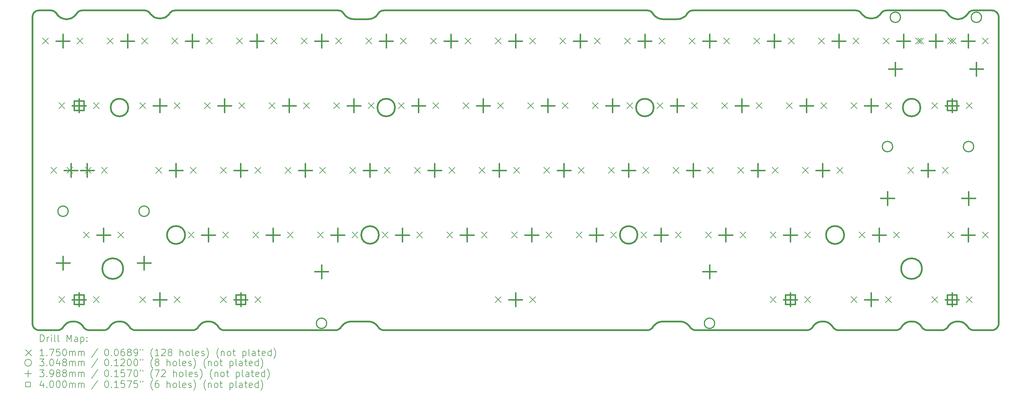
<source format=gbr>
%TF.GenerationSoftware,KiCad,Pcbnew,8.99.0-946-gf00a1ab517*%
%TF.CreationDate,2024-06-06T17:05:07+07:00*%
%TF.ProjectId,Sebas_nuxros,53656261-735f-46e7-9578-726f732e6b69,rev?*%
%TF.SameCoordinates,Original*%
%TF.FileFunction,Drillmap*%
%TF.FilePolarity,Positive*%
%FSLAX45Y45*%
G04 Gerber Fmt 4.5, Leading zero omitted, Abs format (unit mm)*
G04 Created by KiCad (PCBNEW 8.99.0-946-gf00a1ab517) date 2024-06-06 17:05:07*
%MOMM*%
%LPD*%
G01*
G04 APERTURE LIST*
%ADD10C,0.500000*%
%ADD11C,0.200000*%
%ADD12C,0.175000*%
%ADD13C,0.304800*%
%ADD14C,0.398780*%
%ADD15C,0.400000*%
G04 APERTURE END LIST*
D10*
X5804702Y-11775635D02*
X5829926Y-11789571D01*
X28615084Y-2406072D02*
X28588348Y-2396100D01*
X2515565Y-11737686D02*
X2532620Y-11714456D01*
X3566570Y-2388000D02*
X1735237Y-2388000D01*
X18526304Y-11737687D02*
X18543361Y-11714460D01*
X3694038Y-2433883D02*
X3671590Y-2417791D01*
X28662973Y-11759149D02*
X28683150Y-11738972D01*
X10193524Y-11552958D02*
X10232207Y-11559529D01*
X10487921Y-11758219D02*
X10510881Y-11775634D01*
X27837707Y-11737685D02*
X27857925Y-11758222D01*
X9617832Y-11552953D02*
X9657009Y-11550754D01*
X10619958Y-11808000D02*
X18374050Y-11808000D01*
X27651545Y-11574684D02*
X27685412Y-11590013D01*
X3731259Y-2474520D02*
X3714055Y-2452913D01*
X1177572Y-2633155D02*
X1142257Y-2621494D01*
X18505710Y-2437844D02*
X18482743Y-2420405D01*
X1019082Y-2539965D02*
X994550Y-2512013D01*
X26326146Y-11590013D02*
X26358196Y-11608849D01*
X5066410Y-11789571D02*
X5091634Y-11775634D01*
X4391788Y-2404944D02*
X4367337Y-2417790D01*
X27087519Y-2390079D02*
X27058764Y-2388000D01*
X25153695Y-2576582D02*
X25120405Y-2594072D01*
X25914750Y-11656149D02*
X25942106Y-11630977D01*
X23164079Y-11789573D02*
X23189304Y-11775637D01*
X18565990Y-5249385D02*
G75*
G02*
X18045990Y-5249385I-260000J0D01*
G01*
X18045990Y-5249385D02*
G75*
G02*
X18565990Y-5249385I260000J0D01*
G01*
X24649079Y-2433884D02*
X24626632Y-2417793D01*
X10536496Y-2406454D02*
X10511260Y-2420409D01*
X18761797Y-11559527D02*
X18800480Y-11552957D01*
X405653Y-2396101D02*
X378917Y-2406074D01*
X10372882Y-2569148D02*
X10340865Y-2591876D01*
X4344889Y-2433881D02*
X4324872Y-2452912D01*
X9421111Y-2458404D02*
X9400891Y-2437843D01*
X2989978Y-11590013D02*
X3022028Y-11608849D01*
X19411325Y-2610879D02*
X19375052Y-2625910D01*
X26498661Y-11758219D02*
X26521620Y-11775636D01*
X23137114Y-11799739D02*
X23164079Y-11789573D01*
X462000Y-11808000D02*
X1004047Y-11808000D01*
X3594124Y-2389906D02*
X3566570Y-2388000D01*
X5466756Y-11551248D02*
X5503721Y-11555191D01*
X27579905Y-11555191D02*
X27616243Y-11563032D01*
X1662761Y-11608854D02*
X1692632Y-11630982D01*
X10372513Y-11627075D02*
X10401776Y-11653214D01*
X23637727Y-11563032D02*
X23673029Y-11574683D01*
X27468925Y-2641003D02*
X27432572Y-2633155D01*
X26073196Y-11563032D02*
X26109534Y-11555191D01*
X1488241Y-11551256D02*
X1525206Y-11555198D01*
X18621490Y-11627073D02*
X18653494Y-11604373D01*
X2884471Y-11555191D02*
X2920809Y-11563032D01*
X2956111Y-11574683D02*
X2989978Y-11590013D01*
X5829926Y-11789571D02*
X5856892Y-11799737D01*
X9409577Y-11653209D02*
X9438840Y-11627069D01*
X23352727Y-11608849D02*
X23384777Y-11590013D01*
X5671149Y-11630977D02*
X5698505Y-11656149D01*
X1878373Y-11799741D02*
X1906519Y-11805926D01*
X280074Y-2504917D02*
X270102Y-2531654D01*
X1108379Y-2606152D02*
X1076319Y-2587302D01*
X4094132Y-2617873D02*
X4057015Y-2623910D01*
X25239742Y-2504295D02*
X25213710Y-2531433D01*
X264036Y-2559537D02*
X262000Y-2588000D01*
X27505765Y-11551248D02*
X27542940Y-11551248D01*
X25971977Y-11608849D02*
X26004027Y-11590013D01*
X264036Y-11636463D02*
X270102Y-11664346D01*
X19610541Y-11682461D02*
X19633257Y-11714456D01*
X28532001Y-2388000D02*
X27990238Y-2388000D01*
X10488293Y-2437847D02*
X10468072Y-2458407D01*
X23601389Y-11555191D02*
X23637727Y-11563032D01*
X3840276Y-2576582D02*
X3809054Y-2555622D01*
X5287109Y-11590013D02*
X5320976Y-11574684D01*
X1046441Y-2565156D02*
X1019082Y-2539965D01*
X27115676Y-2396270D02*
X27087519Y-2390079D01*
X1706482Y-2390078D02*
X1678325Y-2396269D01*
X27774919Y-2539965D02*
X27747560Y-2565156D01*
X23706896Y-11590013D02*
X23738946Y-11608849D01*
X27880884Y-11775640D02*
X27906109Y-11789577D01*
X10469750Y-9003000D02*
G75*
G02*
X9949750Y-9003000I-260000J0D01*
G01*
X9949750Y-9003000D02*
G75*
G02*
X10469750Y-9003000I260000J0D01*
G01*
X19375052Y-2625910D02*
X19337323Y-2636783D01*
X19506974Y-2542978D02*
X19477704Y-2569150D01*
X27685412Y-11590013D02*
X27717462Y-11608849D01*
X26630699Y-11808000D02*
X27058740Y-11808000D01*
X2667859Y-11590013D02*
X2701726Y-11574684D01*
X24626632Y-2417793D02*
X24602181Y-2404948D01*
X27087483Y-11805924D02*
X27115629Y-11799738D01*
X378917Y-11789925D02*
X405654Y-11799898D01*
X23982706Y-11805924D02*
X24011449Y-11808000D01*
X23189304Y-11775637D02*
X23212263Y-11758220D01*
X25831513Y-11758220D02*
X25851731Y-11737685D01*
X9323434Y-11758218D02*
X9343652Y-11737683D01*
X19555837Y-2481660D02*
X19533128Y-2513692D01*
X973122Y-2481616D02*
X956068Y-2458371D01*
X2578582Y-11656149D02*
X2605938Y-11630977D01*
X27747333Y-11630977D02*
X27774689Y-11656149D01*
X19523118Y-11604368D02*
X19555124Y-11627069D01*
X4130387Y-2607888D02*
X4094132Y-2617873D01*
X27906109Y-11789577D02*
X27933074Y-11799743D01*
X3162493Y-11758219D02*
X3185452Y-11775635D01*
X1414103Y-11555198D02*
X1451067Y-11551256D01*
X28662974Y-2436849D02*
X28640130Y-2419748D01*
X2472386Y-11775637D02*
X2495346Y-11758221D01*
X1744519Y-11684084D02*
X1765950Y-11714459D01*
X28723899Y-11664346D02*
X28729965Y-11636463D01*
X19445687Y-2591879D02*
X19411325Y-2610879D01*
X3237642Y-11799737D02*
X3265788Y-11805923D01*
X9470845Y-11604369D02*
X9505189Y-11585394D01*
X5356278Y-11563032D02*
X5392616Y-11555191D01*
X23879411Y-11758219D02*
X23902370Y-11775636D01*
X27543096Y-2644949D02*
X27505906Y-2644949D01*
X1462682Y-2587302D02*
X1430622Y-2606152D01*
X23249538Y-11714456D02*
X23270968Y-11684080D01*
X1935262Y-11808000D02*
X2363306Y-11808000D01*
X18687495Y-2610878D02*
X18653133Y-2591879D01*
X23270968Y-11684080D02*
X23295500Y-11656149D01*
X28729966Y-2559537D02*
X28723900Y-2531653D01*
X9300474Y-11775634D02*
X9323434Y-11758218D01*
X5781743Y-11758219D02*
X5804702Y-11775635D01*
X28560464Y-2390034D02*
X28532001Y-2388000D01*
X26388067Y-11630977D02*
X26415423Y-11656149D01*
X9734590Y-2645564D02*
X9695388Y-2643362D01*
X27837932Y-2458370D02*
X27820879Y-2481616D01*
X18723769Y-2625910D02*
X18687495Y-2610878D01*
X9579148Y-11559523D02*
X9617832Y-11552953D01*
X23080224Y-11808000D02*
X23108967Y-11805924D01*
X27274082Y-2539965D02*
X27249550Y-2512013D01*
X27397257Y-2621494D02*
X27363379Y-2606152D01*
X18591846Y-2542978D02*
X18565691Y-2513693D01*
X5255059Y-11608849D02*
X5287109Y-11590013D01*
X27717462Y-11608849D02*
X27747333Y-11630977D01*
X10591641Y-2390080D02*
X10563477Y-2396274D01*
X27432462Y-11563032D02*
X27468800Y-11555191D01*
X5011299Y-11805923D02*
X5039445Y-11799737D01*
X5225188Y-11630977D02*
X5255059Y-11608849D01*
X18839656Y-11550764D02*
X19336951Y-11550754D01*
X10428307Y-2513690D02*
X10402152Y-2542976D01*
X27933324Y-2396267D02*
X27906349Y-2406441D01*
X5744467Y-11714456D02*
X5761524Y-11737684D01*
X10591215Y-11805920D02*
X10619958Y-11808000D01*
X27616243Y-11563032D02*
X27651545Y-11574684D01*
X4165362Y-2594072D02*
X4130387Y-2607888D01*
X25890218Y-11684080D02*
X25914750Y-11656149D01*
X10402152Y-2542976D02*
X10372882Y-2569148D01*
X1308597Y-11590020D02*
X1342464Y-11574690D01*
X5609228Y-11590013D02*
X5641278Y-11608849D01*
X26573809Y-11799738D02*
X26601956Y-11805924D01*
X23927594Y-11789572D02*
X23954559Y-11799738D01*
X27397160Y-11574684D02*
X27432462Y-11563032D01*
X23954559Y-11799738D02*
X23982706Y-11805924D01*
X1087901Y-11789574D02*
X1113125Y-11775638D01*
X3265788Y-11805923D02*
X3294531Y-11808000D01*
X27857925Y-11758222D02*
X27880884Y-11775640D01*
X19259410Y-2645565D02*
X18839410Y-2645565D01*
X19773827Y-11805923D02*
X19802570Y-11808000D01*
X9191396Y-11808000D02*
X9220139Y-11805923D01*
X3079255Y-11656149D02*
X3103787Y-11684080D01*
X27190847Y-2437822D02*
X27167883Y-2420392D01*
X10468072Y-2458407D02*
X10451017Y-2481660D01*
X1519919Y-2539965D02*
X1492559Y-2565156D01*
X10620403Y-2388000D02*
X10591641Y-2390080D01*
X3647139Y-2404946D02*
X3621152Y-2395591D01*
X803764Y-2388000D02*
X462000Y-2388000D01*
X27167883Y-2420392D02*
X27142651Y-2406445D01*
X5723037Y-11684080D02*
X5744467Y-11714456D01*
X19477704Y-2569150D02*
X19445687Y-2591879D01*
X10154348Y-11550759D02*
X10193524Y-11552958D01*
X26546844Y-11789572D02*
X26573809Y-11799738D01*
X27211067Y-2458372D02*
X27190847Y-2437822D01*
X2392049Y-11805924D02*
X2420196Y-11799739D01*
X27881116Y-2420389D02*
X27858152Y-2437819D01*
X28732001Y-2588000D02*
X28729966Y-2559537D01*
X4444804Y-2389906D02*
X4417775Y-2395590D01*
X19376128Y-11552953D02*
X19414813Y-11559523D01*
X9325705Y-2396269D02*
X9297541Y-2390076D01*
X25942106Y-11630977D02*
X25971977Y-11608849D01*
X3142274Y-11737684D02*
X3162493Y-11758219D01*
X1396744Y-2621495D02*
X1361429Y-2633155D01*
X3087867Y-5249382D02*
G75*
G02*
X2567867Y-5249382I-260000J0D01*
G01*
X2567867Y-5249382D02*
G75*
G02*
X3087867Y-5249382I260000J0D01*
G01*
X27580076Y-2641003D02*
X27543096Y-2644949D01*
X2737028Y-11563032D02*
X2773366Y-11555191D01*
X4417775Y-2395590D02*
X4391788Y-2404944D01*
X10451017Y-2481660D02*
X10428307Y-2513690D01*
X19533128Y-2513692D02*
X19506974Y-2542978D01*
X19555124Y-11627069D02*
X19584388Y-11653209D01*
X24899838Y-2617873D02*
X24863583Y-2607888D01*
X1032789Y-11805924D02*
X1060936Y-11799739D01*
X10427928Y-11682465D02*
X10450645Y-11714458D01*
X5134812Y-11737683D02*
X5151870Y-11714456D01*
X1565878Y-2481616D02*
X1544451Y-2512013D01*
X331028Y-2436850D02*
X310850Y-2457028D01*
X9618950Y-2625909D02*
X9582677Y-2610877D01*
X28640130Y-2419748D02*
X28615084Y-2406072D01*
X3908541Y-2607888D02*
X3873566Y-2594072D01*
X26521620Y-11775636D02*
X26546844Y-11789572D01*
X19693492Y-11775635D02*
X19718716Y-11789571D01*
X10563070Y-11799735D02*
X10591215Y-11805920D01*
X26292279Y-11574684D02*
X26326146Y-11590013D01*
X4307669Y-2474520D02*
X4284699Y-2504295D01*
X19633257Y-11714456D02*
X19650314Y-11737684D01*
X994550Y-2512013D02*
X973122Y-2481616D01*
X9343652Y-11737683D02*
X9360710Y-11714456D01*
X270102Y-11664346D02*
X280074Y-11691083D01*
X19452519Y-11570382D02*
X19488773Y-11585393D01*
X10306165Y-11585400D02*
X10340509Y-11604375D01*
X18506086Y-11758221D02*
X18526304Y-11737687D01*
X2363306Y-11808000D02*
X2392049Y-11805924D01*
X4258668Y-2531433D02*
X4229875Y-2555622D01*
X25262711Y-2474520D02*
X25239742Y-2504295D01*
X18761498Y-2636783D02*
X18723769Y-2625910D01*
X9220139Y-11805923D02*
X9248285Y-11799737D01*
X4472358Y-2388000D02*
X4444804Y-2389906D01*
X25120405Y-2594072D02*
X25085430Y-2607888D01*
X18687839Y-11585397D02*
X18724092Y-11570386D01*
X25299933Y-2433883D02*
X25279916Y-2452913D01*
X1525206Y-11555198D02*
X1561544Y-11563039D01*
X26109534Y-11555191D02*
X26146499Y-11551248D01*
X23738946Y-11608849D02*
X23768817Y-11630977D01*
X27685623Y-2606152D02*
X27651744Y-2621495D01*
X27747560Y-2565156D02*
X27717682Y-2587302D01*
X9383424Y-11682461D02*
X9409577Y-11653209D01*
X1430622Y-2606152D02*
X1396744Y-2621495D01*
X1276548Y-11608854D02*
X1308597Y-11590020D01*
X23820705Y-11684080D02*
X23842135Y-11714456D01*
X10232502Y-2636782D02*
X10193793Y-2643363D01*
X23842135Y-11714456D02*
X23859192Y-11737684D01*
X9438840Y-11627069D02*
X9470845Y-11604369D01*
X18089750Y-9003000D02*
G75*
G02*
X17569750Y-9003000I-260000J0D01*
G01*
X17569750Y-9003000D02*
G75*
G02*
X18089750Y-9003000I260000J0D01*
G01*
X433537Y-11805963D02*
X462000Y-11808000D01*
X26004027Y-11590013D02*
X26037894Y-11574684D01*
X10563477Y-2396274D02*
X10536496Y-2406454D01*
X24828608Y-2594072D02*
X24795318Y-2576582D01*
X5197832Y-11656149D02*
X5225188Y-11630977D01*
X26601956Y-11805924D02*
X26630699Y-11808000D01*
X23527249Y-11551248D02*
X23564424Y-11551248D01*
X1851408Y-11789575D02*
X1878373Y-11799741D01*
X2810331Y-11551248D02*
X2847506Y-11551248D01*
X23768817Y-11630977D02*
X23796173Y-11656149D01*
X27228123Y-2481616D02*
X27211067Y-2458372D01*
X19593113Y-2437847D02*
X19572892Y-2458407D01*
X9248285Y-11799737D02*
X9275250Y-11789571D01*
X3944796Y-2617873D02*
X3908541Y-2607888D01*
X1783007Y-11737687D02*
X1803224Y-11758222D01*
X310850Y-11738972D02*
X331028Y-11759149D01*
X10510881Y-11775634D02*
X10536105Y-11789569D01*
X24795318Y-2576582D02*
X24764096Y-2555622D01*
X25184917Y-2555622D02*
X25153695Y-2576582D01*
X19670532Y-11758219D02*
X19693492Y-11775635D01*
X1142257Y-2621494D02*
X1108379Y-2606152D01*
X27142651Y-2406445D02*
X27115676Y-2396270D01*
X23108967Y-11805924D02*
X23137114Y-11799739D01*
X5885038Y-11805923D02*
X5913781Y-11808000D01*
X1219321Y-11656153D02*
X1246677Y-11630982D01*
X27717682Y-2587302D02*
X27685623Y-2606152D01*
X24576194Y-2395594D02*
X24549166Y-2389909D01*
X18800480Y-11552957D02*
X18839656Y-11550764D01*
X28713928Y-2504917D02*
X28700252Y-2479871D01*
X23490284Y-11555191D02*
X23527249Y-11551248D01*
X1136085Y-11758222D02*
X1156304Y-11737688D01*
X26256977Y-11563032D02*
X26292279Y-11574684D01*
X10340509Y-11604375D02*
X10372513Y-11627075D01*
X280074Y-11691083D02*
X293750Y-11716128D01*
X28723900Y-2531653D02*
X28713928Y-2504917D01*
X1361429Y-2633155D02*
X1325076Y-2641003D01*
X25728217Y-11805924D02*
X25756364Y-11799739D01*
X27058764Y-2388000D02*
X25427400Y-2388000D01*
X27115629Y-11799738D02*
X27142595Y-11789572D01*
X832519Y-2390075D02*
X803764Y-2388000D01*
X1377765Y-11563039D02*
X1414103Y-11555198D01*
X5641278Y-11608849D02*
X5671149Y-11630977D01*
X19718716Y-11789571D02*
X19745681Y-11799738D01*
X5761524Y-11737684D02*
X5781743Y-11758219D01*
X27651744Y-2621495D02*
X27616429Y-2633155D01*
X5429581Y-11551248D02*
X5466756Y-11551248D01*
X26358196Y-11608849D02*
X26388067Y-11630977D01*
X1651350Y-2406444D02*
X1626119Y-2420392D01*
X2773366Y-11555191D02*
X2810331Y-11551248D01*
X1060936Y-11799739D02*
X1087901Y-11789574D01*
X9516298Y-2569148D02*
X9487029Y-2542976D01*
X10193793Y-2643363D02*
X10154590Y-2645564D01*
X23232481Y-11737685D02*
X23249538Y-11714456D01*
X1678325Y-2396269D02*
X1651350Y-2406444D01*
X2420196Y-11799739D02*
X2447162Y-11789573D01*
X19641316Y-2406454D02*
X19616080Y-2420408D01*
X9505189Y-11585394D02*
X9541442Y-11570382D01*
X19650314Y-11737684D02*
X19670532Y-11758219D01*
X27228054Y-11714456D02*
X27249484Y-11684080D01*
X1342464Y-11574690D02*
X1377765Y-11563039D01*
X27505906Y-2644949D02*
X27468925Y-2641003D01*
X27363379Y-2606152D02*
X27331320Y-2587302D01*
X27799221Y-11684080D02*
X27820651Y-11714456D01*
X28588347Y-11799898D02*
X28615084Y-11789926D01*
X2847506Y-11551248D02*
X2884471Y-11555191D01*
X5173300Y-11684080D02*
X5197832Y-11656149D01*
X27799451Y-2512013D02*
X27774919Y-2539965D01*
X27961482Y-2390077D02*
X27933324Y-2396267D01*
X1735237Y-2388000D02*
X1706482Y-2390078D01*
X25085430Y-2607888D02*
X25049174Y-2617873D01*
X462000Y-2388000D02*
X433537Y-2390036D01*
X27210997Y-11737684D02*
X27228054Y-11714456D01*
X9695388Y-2643362D02*
X9656679Y-2636783D01*
X3671590Y-2417791D02*
X3647139Y-2404946D01*
X9352687Y-2406450D02*
X9325705Y-2396269D01*
X1826184Y-11775639D02*
X1851408Y-11789575D01*
X5503721Y-11555191D02*
X5540059Y-11563032D01*
X24602181Y-2404948D02*
X24576194Y-2395594D01*
X26146499Y-11551248D02*
X26183674Y-11551248D01*
X1250905Y-2644949D02*
X1213925Y-2641003D01*
X2554050Y-11684080D02*
X2578582Y-11656149D01*
X9400891Y-2437843D02*
X9377923Y-2420404D01*
X25049174Y-2617873D02*
X25012057Y-2623910D01*
X28532001Y-11808000D02*
X28560464Y-11805964D01*
X5392616Y-11555191D02*
X5429581Y-11551248D01*
X24709271Y-2504295D02*
X24686301Y-2474520D01*
X25783329Y-11789573D02*
X25808554Y-11775637D01*
X23212263Y-11758220D02*
X23232481Y-11737685D01*
X3873566Y-2594072D02*
X3840276Y-2576582D01*
X18525931Y-2458405D02*
X18505710Y-2437844D01*
X10232207Y-11559529D02*
X10269912Y-11570388D01*
X860677Y-2396266D02*
X832519Y-2390075D01*
X10154590Y-2645564D02*
X9734590Y-2645564D01*
X9377923Y-2420404D02*
X9352687Y-2406450D01*
X18592228Y-11653213D02*
X18621490Y-11627073D01*
X25399847Y-2389907D02*
X25372818Y-2395592D01*
X10269912Y-11570388D02*
X10306165Y-11585400D01*
X2701726Y-11574684D02*
X2737028Y-11563032D01*
X956068Y-2458371D02*
X935848Y-2437820D01*
X3210676Y-11789571D02*
X3237642Y-11799737D01*
X9297541Y-2390076D02*
X9268778Y-2388000D01*
X24521613Y-2388000D02*
X19725223Y-2388000D01*
X4324872Y-2452912D02*
X4307669Y-2474520D01*
X19616080Y-2420408D02*
X19593113Y-2437847D01*
X19745681Y-11799738D02*
X19773827Y-11805923D01*
X1076319Y-2587302D02*
X1046441Y-2565156D01*
X935848Y-2437820D02*
X912883Y-2420389D01*
X18483127Y-11775637D02*
X18506086Y-11758221D01*
X1561544Y-11563039D02*
X1596845Y-11574690D01*
X27933074Y-11799743D02*
X27961221Y-11805929D01*
X3051899Y-11630977D02*
X3079255Y-11656149D01*
X27820879Y-2481616D02*
X27799451Y-2512013D01*
X18430938Y-11799739D02*
X18457903Y-11789573D01*
X19572892Y-2458407D02*
X19555837Y-2481660D01*
X18543361Y-11714460D02*
X18566075Y-11682465D01*
X3981913Y-2623910D02*
X3944796Y-2617873D01*
X262000Y-2588000D02*
X262000Y-11608000D01*
X18724092Y-11570386D02*
X18761797Y-11559527D01*
X27906349Y-2406441D02*
X27881116Y-2420389D01*
X1492559Y-2565156D02*
X1462682Y-2587302D01*
X27858152Y-2437819D02*
X27837932Y-2458370D01*
X2635809Y-11608849D02*
X2667859Y-11590013D01*
X4057015Y-2623910D02*
X4019464Y-2625931D01*
X1596845Y-11574690D02*
X1630711Y-11590020D01*
X4019464Y-2625931D02*
X3981913Y-2623910D01*
X5039445Y-11799737D02*
X5066410Y-11789571D01*
X28732001Y-11608000D02*
X28732001Y-2588000D01*
X5114594Y-11758218D02*
X5134812Y-11737683D01*
X433537Y-2390036D02*
X405653Y-2396101D01*
X26467255Y-9995567D02*
G75*
G02*
X25857255Y-9995567I-305000J0D01*
G01*
X25857255Y-9995567D02*
G75*
G02*
X26467255Y-9995567I305000J0D01*
G01*
X5575361Y-11574683D02*
X5609228Y-11590013D01*
X1719987Y-11656153D02*
X1744519Y-11684084D01*
X1173359Y-11714459D02*
X1194789Y-11684084D01*
X1213925Y-2641003D02*
X1177572Y-2633155D01*
X18800207Y-2643363D02*
X18761498Y-2636783D01*
X26037894Y-11574684D02*
X26073196Y-11563032D01*
X1582935Y-2458373D02*
X1565878Y-2481616D01*
X5320976Y-11574684D02*
X5356278Y-11563032D01*
X1544451Y-2512013D02*
X1519919Y-2539965D01*
X1004047Y-11808000D02*
X1032789Y-11805924D01*
X23418644Y-11574684D02*
X23453946Y-11563032D01*
X23859192Y-11737684D02*
X23879411Y-11758219D01*
X25851731Y-11737685D02*
X25868788Y-11714456D01*
X25808554Y-11775637D02*
X25831513Y-11758220D01*
X3294531Y-11808000D02*
X4982556Y-11808000D01*
X27190778Y-11758219D02*
X27210997Y-11737684D01*
X25346831Y-2404946D02*
X25322380Y-2417792D01*
X1325076Y-2641003D02*
X1288096Y-2644949D01*
X27363293Y-11590013D02*
X27397160Y-11574684D01*
X19337323Y-2636783D02*
X19298613Y-2643362D01*
X2447162Y-11789573D02*
X2472386Y-11775637D01*
X28700251Y-11716128D02*
X28713927Y-11691083D01*
X26439954Y-11684080D02*
X26461385Y-11714456D01*
X3780261Y-2531433D02*
X3754229Y-2504295D01*
X2605938Y-11630977D02*
X2635809Y-11608849D01*
X24974506Y-2625931D02*
X24936956Y-2623910D01*
X24011449Y-11808000D02*
X25699474Y-11808000D01*
X18457903Y-11789573D02*
X18483127Y-11775637D01*
X1246677Y-11630982D02*
X1276548Y-11608854D01*
X9268778Y-2388000D02*
X4472358Y-2388000D01*
X1288096Y-2644949D02*
X1250905Y-2644949D01*
X5698505Y-11656149D02*
X5723037Y-11684080D01*
X9657009Y-11550754D02*
X10154348Y-11550759D01*
X293750Y-11716128D02*
X310850Y-11738972D01*
X5856892Y-11799737D02*
X5885038Y-11805923D01*
X2495346Y-11758221D02*
X2515565Y-11737686D01*
X9656679Y-2636783D02*
X9618950Y-2625909D01*
X1156304Y-11737688D02*
X1173359Y-11714459D01*
X19488773Y-11585393D02*
X19523118Y-11604368D01*
X10270231Y-2625908D02*
X10232502Y-2636782D01*
X18482743Y-2420405D02*
X18457506Y-2406450D01*
X25322380Y-2417792D02*
X25299933Y-2433883D01*
X18542984Y-2481660D02*
X18525931Y-2458405D01*
X10511260Y-2420409D02*
X10488293Y-2437847D01*
X19696461Y-2390080D02*
X19668297Y-2396274D01*
X9360710Y-11714456D02*
X9383424Y-11682461D01*
X9438164Y-2481660D02*
X9421111Y-2458404D01*
X26183674Y-11551248D02*
X26220639Y-11555191D01*
X18457506Y-2406450D02*
X18430525Y-2396270D01*
X25372818Y-2395592D02*
X25346831Y-2404946D01*
X10450645Y-11714458D02*
X10467703Y-11737684D01*
X24549166Y-2389909D02*
X24521613Y-2388000D01*
X28729965Y-11636463D02*
X28732001Y-11608000D01*
X331028Y-11759149D02*
X353872Y-11776250D01*
X1906519Y-11805926D02*
X1935262Y-11808000D01*
X1630711Y-11590020D02*
X1662761Y-11608854D01*
X9460875Y-2513690D02*
X9438164Y-2481660D01*
X27167819Y-11775636D02*
X27190778Y-11758219D01*
X27432572Y-2633155D02*
X27397257Y-2621494D01*
X24669097Y-2452914D02*
X24649079Y-2433884D01*
X405654Y-11799898D02*
X433537Y-11805963D01*
X3103787Y-11684080D02*
X3125217Y-11714456D01*
X27301442Y-2565156D02*
X27274082Y-2539965D01*
X27331320Y-2587302D02*
X27301442Y-2565156D01*
X24174427Y-9004126D02*
G75*
G02*
X23644427Y-9004126I-265000J0D01*
G01*
X23644427Y-9004126D02*
G75*
G02*
X24174427Y-9004126I265000J0D01*
G01*
X26461385Y-11714456D02*
X26478442Y-11737684D01*
X27274016Y-11656149D02*
X27301372Y-11630977D01*
X3754229Y-2504295D02*
X3731259Y-2474520D01*
X28560464Y-11805964D02*
X28588347Y-11799898D01*
X5151870Y-11714456D02*
X5173300Y-11684080D01*
X24863583Y-2607888D02*
X24828608Y-2594072D01*
X24764096Y-2555622D02*
X24735303Y-2531433D01*
X4982556Y-11808000D02*
X5011299Y-11805923D01*
X27774689Y-11656149D02*
X27799221Y-11684080D01*
X293750Y-2479872D02*
X280074Y-2504917D01*
X19584388Y-11653209D02*
X19610541Y-11682461D01*
X28588348Y-2396100D02*
X28560464Y-2390034D01*
X1603155Y-2437822D02*
X1582935Y-2458373D01*
X23453946Y-11563032D02*
X23490284Y-11555191D01*
X18621116Y-2569150D02*
X18591846Y-2542978D01*
X1803224Y-11758222D02*
X1826184Y-11775639D01*
X26220639Y-11555191D02*
X26256977Y-11563032D01*
X25756364Y-11799739D02*
X25783329Y-11789573D01*
X10340865Y-2591876D02*
X10306504Y-2610876D01*
X1765950Y-11714459D02*
X1783007Y-11737687D01*
X26415423Y-11656149D02*
X26439954Y-11684080D01*
X18565691Y-2513693D02*
X18542984Y-2481660D01*
X28683150Y-11738972D02*
X28700251Y-11716128D01*
X3621152Y-2395591D02*
X3594124Y-2389906D01*
X378917Y-2406074D02*
X353872Y-2419749D01*
X10945990Y-5249385D02*
G75*
G02*
X10425990Y-5249385I-260000J0D01*
G01*
X10425990Y-5249385D02*
G75*
G02*
X10945990Y-5249385I260000J0D01*
G01*
X27820651Y-11714456D02*
X27837707Y-11737685D01*
X1692632Y-11630982D02*
X1719987Y-11656153D01*
X4367337Y-2417790D02*
X4344889Y-2433881D01*
X2920809Y-11563032D02*
X2956111Y-11574683D01*
X26478442Y-11737684D02*
X26498661Y-11758219D01*
X3714055Y-2452913D02*
X3694038Y-2433883D01*
X27542940Y-11551248D02*
X27579905Y-11555191D01*
X19336951Y-11550754D02*
X19376128Y-11552953D01*
X19298613Y-2643362D02*
X19259410Y-2645565D01*
X24686301Y-2474520D02*
X24669097Y-2452914D01*
X2532620Y-11714456D02*
X2554050Y-11684080D01*
X25012057Y-2623910D02*
X24974506Y-2625931D01*
X23564424Y-11551248D02*
X23601389Y-11555191D01*
X27468800Y-11555191D02*
X27505765Y-11551248D01*
X3022028Y-11608849D02*
X3051899Y-11630977D01*
X4284699Y-2504295D02*
X4258668Y-2531433D01*
X2934751Y-9995567D02*
G75*
G02*
X2324751Y-9995567I-305000J0D01*
G01*
X2324751Y-9995567D02*
G75*
G02*
X2934751Y-9995567I305000J0D01*
G01*
X19725223Y-2388000D02*
X19696461Y-2390080D01*
X3185452Y-11775635D02*
X3210676Y-11789571D01*
X27058740Y-11808000D02*
X27087483Y-11805924D01*
X25213710Y-2531433D02*
X25184917Y-2555622D01*
X10306504Y-2610876D02*
X10270231Y-2625908D01*
X25427400Y-2388000D02*
X25399847Y-2389907D01*
X28700252Y-2479871D02*
X28683151Y-2457027D01*
X18653133Y-2591879D02*
X18621116Y-2569150D01*
X28683151Y-2457027D02*
X28662974Y-2436849D01*
X310850Y-2457028D02*
X293750Y-2479872D01*
X9275250Y-11789571D02*
X9300474Y-11775634D01*
X18839410Y-2645565D02*
X18800207Y-2643363D01*
X18402360Y-2390076D02*
X18373597Y-2388000D01*
X23384777Y-11590013D02*
X23418644Y-11574684D01*
X18566075Y-11682465D02*
X18592228Y-11653213D01*
X262000Y-11608000D02*
X264036Y-11636463D01*
X26424125Y-5249382D02*
G75*
G02*
X25904125Y-5249382I-260000J0D01*
G01*
X25904125Y-5249382D02*
G75*
G02*
X26424125Y-5249382I260000J0D01*
G01*
X270102Y-2531654D02*
X264036Y-2559537D01*
X19802570Y-11808000D02*
X23080224Y-11808000D01*
X18374050Y-11808000D02*
X18402792Y-11805924D01*
X27961221Y-11805929D02*
X27989965Y-11808000D01*
X353872Y-2419749D02*
X331028Y-2436850D01*
X9487029Y-2542976D02*
X9460875Y-2513690D01*
X27616429Y-2633155D02*
X27580076Y-2641003D01*
X18653494Y-11604373D02*
X18687839Y-11585397D01*
X27301372Y-11630977D02*
X27331243Y-11608849D01*
X887652Y-2406441D02*
X860677Y-2396266D01*
X25279916Y-2452913D02*
X25262711Y-2474520D01*
X4759750Y-9004114D02*
G75*
G02*
X4229750Y-9004114I-265000J0D01*
G01*
X4229750Y-9004114D02*
G75*
G02*
X4759750Y-9004114I265000J0D01*
G01*
X1113125Y-11775638D02*
X1136085Y-11758222D01*
X9541442Y-11570382D02*
X9579148Y-11559523D01*
X3125217Y-11714456D02*
X3142274Y-11737684D01*
X25699474Y-11808000D02*
X25728217Y-11805924D01*
X10536105Y-11789569D02*
X10563070Y-11799735D01*
X18402792Y-11805924D02*
X18430938Y-11799739D01*
X10467703Y-11737684D02*
X10487921Y-11758219D01*
X4198653Y-2576582D02*
X4165362Y-2594072D01*
X353872Y-11776250D02*
X378917Y-11789925D01*
X27990238Y-2388000D02*
X27961482Y-2390077D01*
X25868788Y-11714456D02*
X25890218Y-11684080D01*
X5091634Y-11775634D02*
X5114594Y-11758218D01*
X23902370Y-11775636D02*
X23927594Y-11789572D01*
X28713927Y-11691083D02*
X28723899Y-11664346D01*
X23295500Y-11656149D02*
X23322856Y-11630977D01*
X27249550Y-2512013D02*
X27228123Y-2481616D01*
X9582677Y-2610877D02*
X9548315Y-2591877D01*
X23796173Y-11656149D02*
X23820705Y-11684080D01*
X1194789Y-11684084D02*
X1219321Y-11656153D01*
X27142595Y-11789572D02*
X27167819Y-11775636D01*
X19414813Y-11559523D02*
X19452519Y-11570382D01*
X3809054Y-2555622D02*
X3780261Y-2531433D01*
X24936956Y-2623910D02*
X24899838Y-2617873D01*
X4229875Y-2555622D02*
X4198653Y-2576582D01*
X27989965Y-11808000D02*
X28532001Y-11808000D01*
X9548315Y-2591877D02*
X9516298Y-2569148D01*
X18430525Y-2396270D02*
X18402360Y-2390076D01*
X27331243Y-11608849D02*
X27363293Y-11590013D01*
X28640129Y-11776250D02*
X28662973Y-11759149D01*
X19668297Y-2396274D02*
X19641316Y-2406454D01*
X5913781Y-11808000D02*
X9191396Y-11808000D01*
X912883Y-2420389D02*
X887652Y-2406441D01*
X5540059Y-11563032D02*
X5575361Y-11574683D01*
X28615084Y-11789926D02*
X28640129Y-11776250D01*
X10401776Y-11653214D02*
X10427928Y-11682465D01*
X24735303Y-2531433D02*
X24709271Y-2504295D01*
X1451067Y-11551256D02*
X1488241Y-11551256D01*
X1626119Y-2420392D02*
X1603155Y-2437822D01*
X23673029Y-11574683D02*
X23706896Y-11590013D01*
X18373597Y-2388000D02*
X10620403Y-2388000D01*
X23322856Y-11630977D02*
X23352727Y-11608849D01*
X27249484Y-11684080D02*
X27274016Y-11656149D01*
D11*
D12*
X565250Y-3200500D02*
X740250Y-3375500D01*
X740250Y-3200500D02*
X565250Y-3375500D01*
X803350Y-7010500D02*
X978350Y-7185500D01*
X978350Y-7010500D02*
X803350Y-7185500D01*
X1041550Y-5105500D02*
X1216550Y-5280500D01*
X1216550Y-5105500D02*
X1041550Y-5280500D01*
X1041550Y-10820500D02*
X1216550Y-10995500D01*
X1216550Y-10820500D02*
X1041550Y-10995500D01*
X1279650Y-7010500D02*
X1454650Y-7185500D01*
X1454650Y-7010500D02*
X1279650Y-7185500D01*
X1581250Y-3200500D02*
X1756250Y-3375500D01*
X1756250Y-3200500D02*
X1581250Y-3375500D01*
X1763310Y-8915500D02*
X1938310Y-9090500D01*
X1938310Y-8915500D02*
X1763310Y-9090500D01*
X1819350Y-7010500D02*
X1994350Y-7185500D01*
X1994350Y-7010500D02*
X1819350Y-7185500D01*
X2057550Y-5105500D02*
X2232550Y-5280500D01*
X2232550Y-5105500D02*
X2057550Y-5280500D01*
X2057550Y-10820500D02*
X2232550Y-10995500D01*
X2232550Y-10820500D02*
X2057550Y-10995500D01*
X2295650Y-7010500D02*
X2470650Y-7185500D01*
X2470650Y-7010500D02*
X2295650Y-7185500D01*
X2470250Y-3200500D02*
X2645250Y-3375500D01*
X2645250Y-3200500D02*
X2470250Y-3375500D01*
X2779310Y-8915500D02*
X2954310Y-9090500D01*
X2954310Y-8915500D02*
X2779310Y-9090500D01*
X3422750Y-5105500D02*
X3597750Y-5280500D01*
X3597750Y-5105500D02*
X3422750Y-5280500D01*
X3422750Y-10820500D02*
X3597750Y-10995500D01*
X3597750Y-10820500D02*
X3422750Y-10995500D01*
X3486250Y-3200500D02*
X3661250Y-3375500D01*
X3661250Y-3200500D02*
X3486250Y-3375500D01*
X3899000Y-7010500D02*
X4074000Y-7185500D01*
X4074000Y-7010500D02*
X3899000Y-7185500D01*
X4375250Y-3200500D02*
X4550250Y-3375500D01*
X4550250Y-3200500D02*
X4375250Y-3375500D01*
X4438750Y-5105500D02*
X4613750Y-5280500D01*
X4613750Y-5105500D02*
X4438750Y-5280500D01*
X4438750Y-10820500D02*
X4613750Y-10995500D01*
X4613750Y-10820500D02*
X4438750Y-10995500D01*
X4851500Y-8915500D02*
X5026500Y-9090500D01*
X5026500Y-8915500D02*
X4851500Y-9090500D01*
X4915000Y-7010500D02*
X5090000Y-7185500D01*
X5090000Y-7010500D02*
X4915000Y-7185500D01*
X5327750Y-5105500D02*
X5502750Y-5280500D01*
X5502750Y-5105500D02*
X5327750Y-5280500D01*
X5391250Y-3200500D02*
X5566250Y-3375500D01*
X5566250Y-3200500D02*
X5391250Y-3375500D01*
X5804000Y-7010500D02*
X5979000Y-7185500D01*
X5979000Y-7010500D02*
X5804000Y-7185500D01*
X5804050Y-10820500D02*
X5979050Y-10995500D01*
X5979050Y-10820500D02*
X5804050Y-10995500D01*
X5867500Y-8915500D02*
X6042500Y-9090500D01*
X6042500Y-8915500D02*
X5867500Y-9090500D01*
X6280250Y-3200500D02*
X6455250Y-3375500D01*
X6455250Y-3200500D02*
X6280250Y-3375500D01*
X6343750Y-5105500D02*
X6518750Y-5280500D01*
X6518750Y-5105500D02*
X6343750Y-5280500D01*
X6756500Y-8915500D02*
X6931500Y-9090500D01*
X6931500Y-8915500D02*
X6756500Y-9090500D01*
X6820000Y-7010500D02*
X6995000Y-7185500D01*
X6995000Y-7010500D02*
X6820000Y-7185500D01*
X6820050Y-10820500D02*
X6995050Y-10995500D01*
X6995050Y-10820500D02*
X6820050Y-10995500D01*
X7232750Y-5105500D02*
X7407750Y-5280500D01*
X7407750Y-5105500D02*
X7232750Y-5280500D01*
X7296250Y-3200500D02*
X7471250Y-3375500D01*
X7471250Y-3200500D02*
X7296250Y-3375500D01*
X7709000Y-7010500D02*
X7884000Y-7185500D01*
X7884000Y-7010500D02*
X7709000Y-7185500D01*
X7772500Y-8915500D02*
X7947500Y-9090500D01*
X7947500Y-8915500D02*
X7772500Y-9090500D01*
X8185250Y-3200500D02*
X8360250Y-3375500D01*
X8360250Y-3200500D02*
X8185250Y-3375500D01*
X8248750Y-5105500D02*
X8423750Y-5280500D01*
X8423750Y-5105500D02*
X8248750Y-5280500D01*
X8661500Y-8915500D02*
X8836500Y-9090500D01*
X8836500Y-8915500D02*
X8661500Y-9090500D01*
X8725000Y-7010500D02*
X8900000Y-7185500D01*
X8900000Y-7010500D02*
X8725000Y-7185500D01*
X9137750Y-5105500D02*
X9312750Y-5280500D01*
X9312750Y-5105500D02*
X9137750Y-5280500D01*
X9201250Y-3200500D02*
X9376250Y-3375500D01*
X9376250Y-3200500D02*
X9201250Y-3375500D01*
X9614000Y-7010500D02*
X9789000Y-7185500D01*
X9789000Y-7010500D02*
X9614000Y-7185500D01*
X9677500Y-8915500D02*
X9852500Y-9090500D01*
X9852500Y-8915500D02*
X9677500Y-9090500D01*
X10090250Y-3200500D02*
X10265250Y-3375500D01*
X10265250Y-3200500D02*
X10090250Y-3375500D01*
X10153750Y-5105500D02*
X10328750Y-5280500D01*
X10328750Y-5105500D02*
X10153750Y-5280500D01*
X10566500Y-8915500D02*
X10741500Y-9090500D01*
X10741500Y-8915500D02*
X10566500Y-9090500D01*
X10630000Y-7010500D02*
X10805000Y-7185500D01*
X10805000Y-7010500D02*
X10630000Y-7185500D01*
X11042750Y-5105500D02*
X11217750Y-5280500D01*
X11217750Y-5105500D02*
X11042750Y-5280500D01*
X11106250Y-3200500D02*
X11281250Y-3375500D01*
X11281250Y-3200500D02*
X11106250Y-3375500D01*
X11519000Y-7010500D02*
X11694000Y-7185500D01*
X11694000Y-7010500D02*
X11519000Y-7185500D01*
X11582500Y-8915500D02*
X11757500Y-9090500D01*
X11757500Y-8915500D02*
X11582500Y-9090500D01*
X11995250Y-3200500D02*
X12170250Y-3375500D01*
X12170250Y-3200500D02*
X11995250Y-3375500D01*
X12058750Y-5105500D02*
X12233750Y-5280500D01*
X12233750Y-5105500D02*
X12058750Y-5280500D01*
X12471500Y-8915500D02*
X12646500Y-9090500D01*
X12646500Y-8915500D02*
X12471500Y-9090500D01*
X12535000Y-7010500D02*
X12710000Y-7185500D01*
X12710000Y-7010500D02*
X12535000Y-7185500D01*
X12947750Y-5105500D02*
X13122750Y-5280500D01*
X13122750Y-5105500D02*
X12947750Y-5280500D01*
X13011250Y-3200500D02*
X13186250Y-3375500D01*
X13186250Y-3200500D02*
X13011250Y-3375500D01*
X13424000Y-7010500D02*
X13599000Y-7185500D01*
X13599000Y-7010500D02*
X13424000Y-7185500D01*
X13487500Y-8915500D02*
X13662500Y-9090500D01*
X13662500Y-8915500D02*
X13487500Y-9090500D01*
X13900250Y-3200500D02*
X14075250Y-3375500D01*
X14075250Y-3200500D02*
X13900250Y-3375500D01*
X13900250Y-10820500D02*
X14075250Y-10995500D01*
X14075250Y-10820500D02*
X13900250Y-10995500D01*
X13963750Y-5105500D02*
X14138750Y-5280500D01*
X14138750Y-5105500D02*
X13963750Y-5280500D01*
X14376500Y-8915500D02*
X14551500Y-9090500D01*
X14551500Y-8915500D02*
X14376500Y-9090500D01*
X14440000Y-7010500D02*
X14615000Y-7185500D01*
X14615000Y-7010500D02*
X14440000Y-7185500D01*
X14852750Y-5105500D02*
X15027750Y-5280500D01*
X15027750Y-5105500D02*
X14852750Y-5280500D01*
X14916250Y-3200500D02*
X15091250Y-3375500D01*
X15091250Y-3200500D02*
X14916250Y-3375500D01*
X14916250Y-10820500D02*
X15091250Y-10995500D01*
X15091250Y-10820500D02*
X14916250Y-10995500D01*
X15329000Y-7010500D02*
X15504000Y-7185500D01*
X15504000Y-7010500D02*
X15329000Y-7185500D01*
X15392500Y-8915500D02*
X15567500Y-9090500D01*
X15567500Y-8915500D02*
X15392500Y-9090500D01*
X15805250Y-3200500D02*
X15980250Y-3375500D01*
X15980250Y-3200500D02*
X15805250Y-3375500D01*
X15868750Y-5105500D02*
X16043750Y-5280500D01*
X16043750Y-5105500D02*
X15868750Y-5280500D01*
X16281500Y-8915500D02*
X16456500Y-9090500D01*
X16456500Y-8915500D02*
X16281500Y-9090500D01*
X16345000Y-7010500D02*
X16520000Y-7185500D01*
X16520000Y-7010500D02*
X16345000Y-7185500D01*
X16757750Y-5105500D02*
X16932750Y-5280500D01*
X16932750Y-5105500D02*
X16757750Y-5280500D01*
X16821250Y-3200500D02*
X16996250Y-3375500D01*
X16996250Y-3200500D02*
X16821250Y-3375500D01*
X17234000Y-7010500D02*
X17409000Y-7185500D01*
X17409000Y-7010500D02*
X17234000Y-7185500D01*
X17297500Y-8915500D02*
X17472500Y-9090500D01*
X17472500Y-8915500D02*
X17297500Y-9090500D01*
X17710250Y-3200500D02*
X17885250Y-3375500D01*
X17885250Y-3200500D02*
X17710250Y-3375500D01*
X17773750Y-5105500D02*
X17948750Y-5280500D01*
X17948750Y-5105500D02*
X17773750Y-5280500D01*
X18186500Y-8915500D02*
X18361500Y-9090500D01*
X18361500Y-8915500D02*
X18186500Y-9090500D01*
X18250000Y-7010500D02*
X18425000Y-7185500D01*
X18425000Y-7010500D02*
X18250000Y-7185500D01*
X18662750Y-5105500D02*
X18837750Y-5280500D01*
X18837750Y-5105500D02*
X18662750Y-5280500D01*
X18726250Y-3200500D02*
X18901250Y-3375500D01*
X18901250Y-3200500D02*
X18726250Y-3375500D01*
X19139000Y-7010500D02*
X19314000Y-7185500D01*
X19314000Y-7010500D02*
X19139000Y-7185500D01*
X19202500Y-8915500D02*
X19377500Y-9090500D01*
X19377500Y-8915500D02*
X19202500Y-9090500D01*
X19615250Y-3200500D02*
X19790250Y-3375500D01*
X19790250Y-3200500D02*
X19615250Y-3375500D01*
X19678750Y-5105500D02*
X19853750Y-5280500D01*
X19853750Y-5105500D02*
X19678750Y-5280500D01*
X20091500Y-8915500D02*
X20266500Y-9090500D01*
X20266500Y-8915500D02*
X20091500Y-9090500D01*
X20155000Y-7010500D02*
X20330000Y-7185500D01*
X20330000Y-7010500D02*
X20155000Y-7185500D01*
X20567750Y-5105500D02*
X20742750Y-5280500D01*
X20742750Y-5105500D02*
X20567750Y-5280500D01*
X20631250Y-3200500D02*
X20806250Y-3375500D01*
X20806250Y-3200500D02*
X20631250Y-3375500D01*
X21044000Y-7010500D02*
X21219000Y-7185500D01*
X21219000Y-7010500D02*
X21044000Y-7185500D01*
X21107500Y-8915500D02*
X21282500Y-9090500D01*
X21282500Y-8915500D02*
X21107500Y-9090500D01*
X21520250Y-3200500D02*
X21695250Y-3375500D01*
X21695250Y-3200500D02*
X21520250Y-3375500D01*
X21583750Y-5105500D02*
X21758750Y-5280500D01*
X21758750Y-5105500D02*
X21583750Y-5280500D01*
X21996500Y-8915500D02*
X22171500Y-9090500D01*
X22171500Y-8915500D02*
X21996500Y-9090500D01*
X21996550Y-10820500D02*
X22171550Y-10995500D01*
X22171550Y-10820500D02*
X21996550Y-10995500D01*
X22060000Y-7010500D02*
X22235000Y-7185500D01*
X22235000Y-7010500D02*
X22060000Y-7185500D01*
X22472750Y-5105500D02*
X22647750Y-5280500D01*
X22647750Y-5105500D02*
X22472750Y-5280500D01*
X22536250Y-3200500D02*
X22711250Y-3375500D01*
X22711250Y-3200500D02*
X22536250Y-3375500D01*
X22949000Y-7010500D02*
X23124000Y-7185500D01*
X23124000Y-7010500D02*
X22949000Y-7185500D01*
X23012500Y-8915500D02*
X23187500Y-9090500D01*
X23187500Y-8915500D02*
X23012500Y-9090500D01*
X23012550Y-10820500D02*
X23187550Y-10995500D01*
X23187550Y-10820500D02*
X23012550Y-10995500D01*
X23425250Y-3200500D02*
X23600250Y-3375500D01*
X23600250Y-3200500D02*
X23425250Y-3375500D01*
X23488750Y-5105500D02*
X23663750Y-5280500D01*
X23663750Y-5105500D02*
X23488750Y-5280500D01*
X23965000Y-7010500D02*
X24140000Y-7185500D01*
X24140000Y-7010500D02*
X23965000Y-7185500D01*
X24377750Y-5105500D02*
X24552750Y-5280500D01*
X24552750Y-5105500D02*
X24377750Y-5280500D01*
X24377750Y-10820500D02*
X24552750Y-10995500D01*
X24552750Y-10820500D02*
X24377750Y-10995500D01*
X24441250Y-3200500D02*
X24616250Y-3375500D01*
X24616250Y-3200500D02*
X24441250Y-3375500D01*
X24615900Y-8915500D02*
X24790900Y-9090500D01*
X24790900Y-8915500D02*
X24615900Y-9090500D01*
X25330250Y-3200500D02*
X25505250Y-3375500D01*
X25505250Y-3200500D02*
X25330250Y-3375500D01*
X25393750Y-5105500D02*
X25568750Y-5280500D01*
X25568750Y-5105500D02*
X25393750Y-5280500D01*
X25393750Y-10820500D02*
X25568750Y-10995500D01*
X25568750Y-10820500D02*
X25393750Y-10995500D01*
X25631900Y-8915500D02*
X25806900Y-9090500D01*
X25806900Y-8915500D02*
X25631900Y-9090500D01*
X26052060Y-7010500D02*
X26227060Y-7185500D01*
X26227060Y-7010500D02*
X26052060Y-7185500D01*
X26282750Y-3200500D02*
X26457750Y-3375500D01*
X26457750Y-3200500D02*
X26282750Y-3375500D01*
X26346250Y-3200500D02*
X26521250Y-3375500D01*
X26521250Y-3200500D02*
X26346250Y-3375500D01*
X26759050Y-5105500D02*
X26934050Y-5280500D01*
X26934050Y-5105500D02*
X26759050Y-5280500D01*
X26759050Y-10820500D02*
X26934050Y-10995500D01*
X26934050Y-10820500D02*
X26759050Y-10995500D01*
X27068060Y-7010500D02*
X27243060Y-7185500D01*
X27243060Y-7010500D02*
X27068060Y-7185500D01*
X27235250Y-3200500D02*
X27410250Y-3375500D01*
X27410250Y-3200500D02*
X27235250Y-3375500D01*
X27235250Y-8915500D02*
X27410250Y-9090500D01*
X27410250Y-8915500D02*
X27235250Y-9090500D01*
X27298750Y-3200500D02*
X27473750Y-3375500D01*
X27473750Y-3200500D02*
X27298750Y-3375500D01*
X27775050Y-5105500D02*
X27950050Y-5280500D01*
X27950050Y-5105500D02*
X27775050Y-5280500D01*
X27775050Y-10820500D02*
X27950050Y-10995500D01*
X27950050Y-10820500D02*
X27775050Y-10995500D01*
X28251250Y-3200500D02*
X28426250Y-3375500D01*
X28426250Y-3200500D02*
X28251250Y-3375500D01*
X28251250Y-8915500D02*
X28426250Y-9090500D01*
X28426250Y-8915500D02*
X28251250Y-9090500D01*
D13*
X1317410Y-8304500D02*
G75*
G02*
X1012610Y-8304500I-152400J0D01*
G01*
X1012610Y-8304500D02*
G75*
G02*
X1317410Y-8304500I152400J0D01*
G01*
X3705010Y-8304500D02*
G75*
G02*
X3400210Y-8304500I-152400J0D01*
G01*
X3400210Y-8304500D02*
G75*
G02*
X3705010Y-8304500I152400J0D01*
G01*
X8933150Y-11606500D02*
G75*
G02*
X8628350Y-11606500I-152400J0D01*
G01*
X8628350Y-11606500D02*
G75*
G02*
X8933150Y-11606500I152400J0D01*
G01*
X20363150Y-11606500D02*
G75*
G02*
X20058350Y-11606500I-152400J0D01*
G01*
X20058350Y-11606500D02*
G75*
G02*
X20363150Y-11606500I152400J0D01*
G01*
X25606160Y-6399500D02*
G75*
G02*
X25301360Y-6399500I-152400J0D01*
G01*
X25301360Y-6399500D02*
G75*
G02*
X25606160Y-6399500I152400J0D01*
G01*
X25836850Y-2589500D02*
G75*
G02*
X25532050Y-2589500I-152400J0D01*
G01*
X25532050Y-2589500D02*
G75*
G02*
X25836850Y-2589500I152400J0D01*
G01*
X27993760Y-6399500D02*
G75*
G02*
X27688960Y-6399500I-152400J0D01*
G01*
X27688960Y-6399500D02*
G75*
G02*
X27993760Y-6399500I152400J0D01*
G01*
X28224450Y-2589500D02*
G75*
G02*
X27919650Y-2589500I-152400J0D01*
G01*
X27919650Y-2589500D02*
G75*
G02*
X28224450Y-2589500I152400J0D01*
G01*
D14*
X1160750Y-3088610D02*
X1160750Y-3487390D01*
X961360Y-3288000D02*
X1360140Y-3288000D01*
X1165010Y-9629110D02*
X1165010Y-10027890D01*
X965620Y-9828500D02*
X1364400Y-9828500D01*
X1398850Y-6898610D02*
X1398850Y-7297390D01*
X1199460Y-7098000D02*
X1598240Y-7098000D01*
X1637050Y-4993610D02*
X1637050Y-5392390D01*
X1437660Y-5193000D02*
X1836440Y-5193000D01*
X1637050Y-10708610D02*
X1637050Y-11107390D01*
X1437660Y-10908000D02*
X1836440Y-10908000D01*
X1875150Y-6898610D02*
X1875150Y-7297390D01*
X1675760Y-7098000D02*
X2074540Y-7098000D01*
X2358810Y-8803610D02*
X2358810Y-9202390D01*
X2159420Y-9003000D02*
X2558200Y-9003000D01*
X3065750Y-3088610D02*
X3065750Y-3487390D01*
X2866360Y-3288000D02*
X3265140Y-3288000D01*
X3552610Y-9629110D02*
X3552610Y-10027890D01*
X3353220Y-9828500D02*
X3752000Y-9828500D01*
X4018250Y-4993610D02*
X4018250Y-5392390D01*
X3818860Y-5193000D02*
X4217640Y-5193000D01*
X4018250Y-10708610D02*
X4018250Y-11107390D01*
X3818860Y-10908000D02*
X4217640Y-10908000D01*
X4494500Y-6898610D02*
X4494500Y-7297390D01*
X4295110Y-7098000D02*
X4693890Y-7098000D01*
X4970750Y-3088610D02*
X4970750Y-3487390D01*
X4771360Y-3288000D02*
X5170140Y-3288000D01*
X5447000Y-8803610D02*
X5447000Y-9202390D01*
X5247610Y-9003000D02*
X5646390Y-9003000D01*
X5923250Y-4993610D02*
X5923250Y-5392390D01*
X5723860Y-5193000D02*
X6122640Y-5193000D01*
X6399500Y-6898610D02*
X6399500Y-7297390D01*
X6200110Y-7098000D02*
X6598890Y-7098000D01*
X6399550Y-10708610D02*
X6399550Y-11107390D01*
X6200160Y-10908000D02*
X6598940Y-10908000D01*
X6875750Y-3088610D02*
X6875750Y-3487390D01*
X6676360Y-3288000D02*
X7075140Y-3288000D01*
X7352000Y-8803610D02*
X7352000Y-9202390D01*
X7152610Y-9003000D02*
X7551390Y-9003000D01*
X7828250Y-4993610D02*
X7828250Y-5392390D01*
X7628860Y-5193000D02*
X8027640Y-5193000D01*
X8304500Y-6898610D02*
X8304500Y-7297390D01*
X8105110Y-7098000D02*
X8503890Y-7098000D01*
X8780750Y-3088610D02*
X8780750Y-3487390D01*
X8581360Y-3288000D02*
X8980140Y-3288000D01*
X8780750Y-9883110D02*
X8780750Y-10281890D01*
X8581360Y-10082500D02*
X8980140Y-10082500D01*
X9257000Y-8803610D02*
X9257000Y-9202390D01*
X9057610Y-9003000D02*
X9456390Y-9003000D01*
X9733250Y-4993610D02*
X9733250Y-5392390D01*
X9533860Y-5193000D02*
X9932640Y-5193000D01*
X10209500Y-6898610D02*
X10209500Y-7297390D01*
X10010110Y-7098000D02*
X10408890Y-7098000D01*
X10685750Y-3088610D02*
X10685750Y-3487390D01*
X10486360Y-3288000D02*
X10885140Y-3288000D01*
X11162000Y-8803610D02*
X11162000Y-9202390D01*
X10962610Y-9003000D02*
X11361390Y-9003000D01*
X11638250Y-4993610D02*
X11638250Y-5392390D01*
X11438860Y-5193000D02*
X11837640Y-5193000D01*
X12114500Y-6898610D02*
X12114500Y-7297390D01*
X11915110Y-7098000D02*
X12313890Y-7098000D01*
X12590750Y-3088610D02*
X12590750Y-3487390D01*
X12391360Y-3288000D02*
X12790140Y-3288000D01*
X13067000Y-8803610D02*
X13067000Y-9202390D01*
X12867610Y-9003000D02*
X13266390Y-9003000D01*
X13543250Y-4993610D02*
X13543250Y-5392390D01*
X13343860Y-5193000D02*
X13742640Y-5193000D01*
X14019500Y-6898610D02*
X14019500Y-7297390D01*
X13820110Y-7098000D02*
X14218890Y-7098000D01*
X14495750Y-3088610D02*
X14495750Y-3487390D01*
X14296360Y-3288000D02*
X14695140Y-3288000D01*
X14495750Y-10708610D02*
X14495750Y-11107390D01*
X14296360Y-10908000D02*
X14695140Y-10908000D01*
X14972000Y-8803610D02*
X14972000Y-9202390D01*
X14772610Y-9003000D02*
X15171390Y-9003000D01*
X15448250Y-4993610D02*
X15448250Y-5392390D01*
X15248860Y-5193000D02*
X15647640Y-5193000D01*
X15924500Y-6898610D02*
X15924500Y-7297390D01*
X15725110Y-7098000D02*
X16123890Y-7098000D01*
X16400750Y-3088610D02*
X16400750Y-3487390D01*
X16201360Y-3288000D02*
X16600140Y-3288000D01*
X16877000Y-8803610D02*
X16877000Y-9202390D01*
X16677610Y-9003000D02*
X17076390Y-9003000D01*
X17353250Y-4993610D02*
X17353250Y-5392390D01*
X17153860Y-5193000D02*
X17552640Y-5193000D01*
X17829500Y-6898610D02*
X17829500Y-7297390D01*
X17630110Y-7098000D02*
X18028890Y-7098000D01*
X18305750Y-3088610D02*
X18305750Y-3487390D01*
X18106360Y-3288000D02*
X18505140Y-3288000D01*
X18782000Y-8803610D02*
X18782000Y-9202390D01*
X18582610Y-9003000D02*
X18981390Y-9003000D01*
X19258250Y-4993610D02*
X19258250Y-5392390D01*
X19058860Y-5193000D02*
X19457640Y-5193000D01*
X19734500Y-6898610D02*
X19734500Y-7297390D01*
X19535110Y-7098000D02*
X19933890Y-7098000D01*
X20210750Y-3088610D02*
X20210750Y-3487390D01*
X20011360Y-3288000D02*
X20410140Y-3288000D01*
X20210750Y-9883110D02*
X20210750Y-10281890D01*
X20011360Y-10082500D02*
X20410140Y-10082500D01*
X20687000Y-8803610D02*
X20687000Y-9202390D01*
X20487610Y-9003000D02*
X20886390Y-9003000D01*
X21163250Y-4993610D02*
X21163250Y-5392390D01*
X20963860Y-5193000D02*
X21362640Y-5193000D01*
X21639500Y-6898610D02*
X21639500Y-7297390D01*
X21440110Y-7098000D02*
X21838890Y-7098000D01*
X22115750Y-3088610D02*
X22115750Y-3487390D01*
X21916360Y-3288000D02*
X22315140Y-3288000D01*
X22592000Y-8803610D02*
X22592000Y-9202390D01*
X22392610Y-9003000D02*
X22791390Y-9003000D01*
X22592050Y-10708610D02*
X22592050Y-11107390D01*
X22392660Y-10908000D02*
X22791440Y-10908000D01*
X23068250Y-4993610D02*
X23068250Y-5392390D01*
X22868860Y-5193000D02*
X23267640Y-5193000D01*
X23544500Y-6898610D02*
X23544500Y-7297390D01*
X23345110Y-7098000D02*
X23743890Y-7098000D01*
X24020750Y-3088610D02*
X24020750Y-3487390D01*
X23821360Y-3288000D02*
X24220140Y-3288000D01*
X24973250Y-4993610D02*
X24973250Y-5392390D01*
X24773860Y-5193000D02*
X25172640Y-5193000D01*
X24973250Y-10708610D02*
X24973250Y-11107390D01*
X24773860Y-10908000D02*
X25172640Y-10908000D01*
X25211400Y-8803610D02*
X25211400Y-9202390D01*
X25012010Y-9003000D02*
X25410790Y-9003000D01*
X25453760Y-7724110D02*
X25453760Y-8122890D01*
X25254370Y-7923500D02*
X25653150Y-7923500D01*
X25684450Y-3914110D02*
X25684450Y-4312890D01*
X25485060Y-4113500D02*
X25883840Y-4113500D01*
X25925750Y-3088610D02*
X25925750Y-3487390D01*
X25726360Y-3288000D02*
X26125140Y-3288000D01*
X26647560Y-6898610D02*
X26647560Y-7297390D01*
X26448170Y-7098000D02*
X26846950Y-7098000D01*
X26878250Y-3088610D02*
X26878250Y-3487390D01*
X26678860Y-3288000D02*
X27077640Y-3288000D01*
X27354550Y-4993610D02*
X27354550Y-5392390D01*
X27155160Y-5193000D02*
X27553940Y-5193000D01*
X27354550Y-10708610D02*
X27354550Y-11107390D01*
X27155160Y-10908000D02*
X27553940Y-10908000D01*
X27830750Y-3088610D02*
X27830750Y-3487390D01*
X27631360Y-3288000D02*
X28030140Y-3288000D01*
X27830750Y-8803610D02*
X27830750Y-9202390D01*
X27631360Y-9003000D02*
X28030140Y-9003000D01*
X27841360Y-7724110D02*
X27841360Y-8122890D01*
X27641970Y-7923500D02*
X28040750Y-7923500D01*
X28072050Y-3914110D02*
X28072050Y-4312890D01*
X27872660Y-4113500D02*
X28271440Y-4113500D01*
D15*
X1778473Y-5334423D02*
X1778473Y-5051577D01*
X1495627Y-5051577D01*
X1495627Y-5334423D01*
X1778473Y-5334423D01*
X1778473Y-11049423D02*
X1778473Y-10766577D01*
X1495627Y-10766577D01*
X1495627Y-11049423D01*
X1778473Y-11049423D01*
X6540973Y-11049423D02*
X6540973Y-10766577D01*
X6258127Y-10766577D01*
X6258127Y-11049423D01*
X6540973Y-11049423D01*
X22733473Y-11049423D02*
X22733473Y-10766577D01*
X22450627Y-10766577D01*
X22450627Y-11049423D01*
X22733473Y-11049423D01*
X27495973Y-5334423D02*
X27495973Y-5051577D01*
X27213127Y-5051577D01*
X27213127Y-5334423D01*
X27495973Y-5334423D01*
X27495973Y-11049423D02*
X27495973Y-10766577D01*
X27213127Y-10766577D01*
X27213127Y-11049423D01*
X27495973Y-11049423D01*
D11*
X497777Y-12144484D02*
X497777Y-11944484D01*
X497777Y-11944484D02*
X545396Y-11944484D01*
X545396Y-11944484D02*
X573967Y-11954008D01*
X573967Y-11954008D02*
X593015Y-11973055D01*
X593015Y-11973055D02*
X602539Y-11992103D01*
X602539Y-11992103D02*
X612063Y-12030198D01*
X612063Y-12030198D02*
X612063Y-12058769D01*
X612063Y-12058769D02*
X602539Y-12096865D01*
X602539Y-12096865D02*
X593015Y-12115912D01*
X593015Y-12115912D02*
X573967Y-12134960D01*
X573967Y-12134960D02*
X545396Y-12144484D01*
X545396Y-12144484D02*
X497777Y-12144484D01*
X697777Y-12144484D02*
X697777Y-12011150D01*
X697777Y-12049246D02*
X707301Y-12030198D01*
X707301Y-12030198D02*
X716824Y-12020674D01*
X716824Y-12020674D02*
X735872Y-12011150D01*
X735872Y-12011150D02*
X754920Y-12011150D01*
X821586Y-12144484D02*
X821586Y-12011150D01*
X821586Y-11944484D02*
X812062Y-11954008D01*
X812062Y-11954008D02*
X821586Y-11963531D01*
X821586Y-11963531D02*
X831110Y-11954008D01*
X831110Y-11954008D02*
X821586Y-11944484D01*
X821586Y-11944484D02*
X821586Y-11963531D01*
X945396Y-12144484D02*
X926348Y-12134960D01*
X926348Y-12134960D02*
X916824Y-12115912D01*
X916824Y-12115912D02*
X916824Y-11944484D01*
X1050158Y-12144484D02*
X1031110Y-12134960D01*
X1031110Y-12134960D02*
X1021586Y-12115912D01*
X1021586Y-12115912D02*
X1021586Y-11944484D01*
X1278729Y-12144484D02*
X1278729Y-11944484D01*
X1278729Y-11944484D02*
X1345396Y-12087341D01*
X1345396Y-12087341D02*
X1412062Y-11944484D01*
X1412062Y-11944484D02*
X1412062Y-12144484D01*
X1593015Y-12144484D02*
X1593015Y-12039722D01*
X1593015Y-12039722D02*
X1583491Y-12020674D01*
X1583491Y-12020674D02*
X1564443Y-12011150D01*
X1564443Y-12011150D02*
X1526348Y-12011150D01*
X1526348Y-12011150D02*
X1507301Y-12020674D01*
X1593015Y-12134960D02*
X1573967Y-12144484D01*
X1573967Y-12144484D02*
X1526348Y-12144484D01*
X1526348Y-12144484D02*
X1507301Y-12134960D01*
X1507301Y-12134960D02*
X1497777Y-12115912D01*
X1497777Y-12115912D02*
X1497777Y-12096865D01*
X1497777Y-12096865D02*
X1507301Y-12077817D01*
X1507301Y-12077817D02*
X1526348Y-12068293D01*
X1526348Y-12068293D02*
X1573967Y-12068293D01*
X1573967Y-12068293D02*
X1593015Y-12058769D01*
X1688253Y-12011150D02*
X1688253Y-12211150D01*
X1688253Y-12020674D02*
X1707301Y-12011150D01*
X1707301Y-12011150D02*
X1745396Y-12011150D01*
X1745396Y-12011150D02*
X1764443Y-12020674D01*
X1764443Y-12020674D02*
X1773967Y-12030198D01*
X1773967Y-12030198D02*
X1783491Y-12049246D01*
X1783491Y-12049246D02*
X1783491Y-12106388D01*
X1783491Y-12106388D02*
X1773967Y-12125436D01*
X1773967Y-12125436D02*
X1764443Y-12134960D01*
X1764443Y-12134960D02*
X1745396Y-12144484D01*
X1745396Y-12144484D02*
X1707301Y-12144484D01*
X1707301Y-12144484D02*
X1688253Y-12134960D01*
X1869205Y-12125436D02*
X1878729Y-12134960D01*
X1878729Y-12134960D02*
X1869205Y-12144484D01*
X1869205Y-12144484D02*
X1859682Y-12134960D01*
X1859682Y-12134960D02*
X1869205Y-12125436D01*
X1869205Y-12125436D02*
X1869205Y-12144484D01*
X1869205Y-12020674D02*
X1878729Y-12030198D01*
X1878729Y-12030198D02*
X1869205Y-12039722D01*
X1869205Y-12039722D02*
X1859682Y-12030198D01*
X1859682Y-12030198D02*
X1869205Y-12020674D01*
X1869205Y-12020674D02*
X1869205Y-12039722D01*
D12*
X62000Y-12385500D02*
X237000Y-12560500D01*
X237000Y-12385500D02*
X62000Y-12560500D01*
D11*
X602539Y-12564484D02*
X488253Y-12564484D01*
X545396Y-12564484D02*
X545396Y-12364484D01*
X545396Y-12364484D02*
X526348Y-12393055D01*
X526348Y-12393055D02*
X507301Y-12412103D01*
X507301Y-12412103D02*
X488253Y-12421627D01*
X688253Y-12545436D02*
X697777Y-12554960D01*
X697777Y-12554960D02*
X688253Y-12564484D01*
X688253Y-12564484D02*
X678729Y-12554960D01*
X678729Y-12554960D02*
X688253Y-12545436D01*
X688253Y-12545436D02*
X688253Y-12564484D01*
X764443Y-12364484D02*
X897777Y-12364484D01*
X897777Y-12364484D02*
X812062Y-12564484D01*
X1069205Y-12364484D02*
X973967Y-12364484D01*
X973967Y-12364484D02*
X964443Y-12459722D01*
X964443Y-12459722D02*
X973967Y-12450198D01*
X973967Y-12450198D02*
X993015Y-12440674D01*
X993015Y-12440674D02*
X1040634Y-12440674D01*
X1040634Y-12440674D02*
X1059682Y-12450198D01*
X1059682Y-12450198D02*
X1069205Y-12459722D01*
X1069205Y-12459722D02*
X1078729Y-12478769D01*
X1078729Y-12478769D02*
X1078729Y-12526388D01*
X1078729Y-12526388D02*
X1069205Y-12545436D01*
X1069205Y-12545436D02*
X1059682Y-12554960D01*
X1059682Y-12554960D02*
X1040634Y-12564484D01*
X1040634Y-12564484D02*
X993015Y-12564484D01*
X993015Y-12564484D02*
X973967Y-12554960D01*
X973967Y-12554960D02*
X964443Y-12545436D01*
X1202539Y-12364484D02*
X1221586Y-12364484D01*
X1221586Y-12364484D02*
X1240634Y-12374008D01*
X1240634Y-12374008D02*
X1250158Y-12383531D01*
X1250158Y-12383531D02*
X1259682Y-12402579D01*
X1259682Y-12402579D02*
X1269205Y-12440674D01*
X1269205Y-12440674D02*
X1269205Y-12488293D01*
X1269205Y-12488293D02*
X1259682Y-12526388D01*
X1259682Y-12526388D02*
X1250158Y-12545436D01*
X1250158Y-12545436D02*
X1240634Y-12554960D01*
X1240634Y-12554960D02*
X1221586Y-12564484D01*
X1221586Y-12564484D02*
X1202539Y-12564484D01*
X1202539Y-12564484D02*
X1183491Y-12554960D01*
X1183491Y-12554960D02*
X1173967Y-12545436D01*
X1173967Y-12545436D02*
X1164444Y-12526388D01*
X1164444Y-12526388D02*
X1154920Y-12488293D01*
X1154920Y-12488293D02*
X1154920Y-12440674D01*
X1154920Y-12440674D02*
X1164444Y-12402579D01*
X1164444Y-12402579D02*
X1173967Y-12383531D01*
X1173967Y-12383531D02*
X1183491Y-12374008D01*
X1183491Y-12374008D02*
X1202539Y-12364484D01*
X1354920Y-12564484D02*
X1354920Y-12431150D01*
X1354920Y-12450198D02*
X1364444Y-12440674D01*
X1364444Y-12440674D02*
X1383491Y-12431150D01*
X1383491Y-12431150D02*
X1412063Y-12431150D01*
X1412063Y-12431150D02*
X1431110Y-12440674D01*
X1431110Y-12440674D02*
X1440634Y-12459722D01*
X1440634Y-12459722D02*
X1440634Y-12564484D01*
X1440634Y-12459722D02*
X1450158Y-12440674D01*
X1450158Y-12440674D02*
X1469205Y-12431150D01*
X1469205Y-12431150D02*
X1497777Y-12431150D01*
X1497777Y-12431150D02*
X1516824Y-12440674D01*
X1516824Y-12440674D02*
X1526348Y-12459722D01*
X1526348Y-12459722D02*
X1526348Y-12564484D01*
X1621586Y-12564484D02*
X1621586Y-12431150D01*
X1621586Y-12450198D02*
X1631110Y-12440674D01*
X1631110Y-12440674D02*
X1650158Y-12431150D01*
X1650158Y-12431150D02*
X1678729Y-12431150D01*
X1678729Y-12431150D02*
X1697777Y-12440674D01*
X1697777Y-12440674D02*
X1707301Y-12459722D01*
X1707301Y-12459722D02*
X1707301Y-12564484D01*
X1707301Y-12459722D02*
X1716824Y-12440674D01*
X1716824Y-12440674D02*
X1735872Y-12431150D01*
X1735872Y-12431150D02*
X1764443Y-12431150D01*
X1764443Y-12431150D02*
X1783491Y-12440674D01*
X1783491Y-12440674D02*
X1793015Y-12459722D01*
X1793015Y-12459722D02*
X1793015Y-12564484D01*
X2183491Y-12354960D02*
X2012063Y-12612103D01*
X2440634Y-12364484D02*
X2459682Y-12364484D01*
X2459682Y-12364484D02*
X2478729Y-12374008D01*
X2478729Y-12374008D02*
X2488253Y-12383531D01*
X2488253Y-12383531D02*
X2497777Y-12402579D01*
X2497777Y-12402579D02*
X2507301Y-12440674D01*
X2507301Y-12440674D02*
X2507301Y-12488293D01*
X2507301Y-12488293D02*
X2497777Y-12526388D01*
X2497777Y-12526388D02*
X2488253Y-12545436D01*
X2488253Y-12545436D02*
X2478729Y-12554960D01*
X2478729Y-12554960D02*
X2459682Y-12564484D01*
X2459682Y-12564484D02*
X2440634Y-12564484D01*
X2440634Y-12564484D02*
X2421587Y-12554960D01*
X2421587Y-12554960D02*
X2412063Y-12545436D01*
X2412063Y-12545436D02*
X2402539Y-12526388D01*
X2402539Y-12526388D02*
X2393015Y-12488293D01*
X2393015Y-12488293D02*
X2393015Y-12440674D01*
X2393015Y-12440674D02*
X2402539Y-12402579D01*
X2402539Y-12402579D02*
X2412063Y-12383531D01*
X2412063Y-12383531D02*
X2421587Y-12374008D01*
X2421587Y-12374008D02*
X2440634Y-12364484D01*
X2593015Y-12545436D02*
X2602539Y-12554960D01*
X2602539Y-12554960D02*
X2593015Y-12564484D01*
X2593015Y-12564484D02*
X2583491Y-12554960D01*
X2583491Y-12554960D02*
X2593015Y-12545436D01*
X2593015Y-12545436D02*
X2593015Y-12564484D01*
X2726348Y-12364484D02*
X2745396Y-12364484D01*
X2745396Y-12364484D02*
X2764444Y-12374008D01*
X2764444Y-12374008D02*
X2773968Y-12383531D01*
X2773968Y-12383531D02*
X2783491Y-12402579D01*
X2783491Y-12402579D02*
X2793015Y-12440674D01*
X2793015Y-12440674D02*
X2793015Y-12488293D01*
X2793015Y-12488293D02*
X2783491Y-12526388D01*
X2783491Y-12526388D02*
X2773968Y-12545436D01*
X2773968Y-12545436D02*
X2764444Y-12554960D01*
X2764444Y-12554960D02*
X2745396Y-12564484D01*
X2745396Y-12564484D02*
X2726348Y-12564484D01*
X2726348Y-12564484D02*
X2707301Y-12554960D01*
X2707301Y-12554960D02*
X2697777Y-12545436D01*
X2697777Y-12545436D02*
X2688253Y-12526388D01*
X2688253Y-12526388D02*
X2678729Y-12488293D01*
X2678729Y-12488293D02*
X2678729Y-12440674D01*
X2678729Y-12440674D02*
X2688253Y-12402579D01*
X2688253Y-12402579D02*
X2697777Y-12383531D01*
X2697777Y-12383531D02*
X2707301Y-12374008D01*
X2707301Y-12374008D02*
X2726348Y-12364484D01*
X2964444Y-12364484D02*
X2926348Y-12364484D01*
X2926348Y-12364484D02*
X2907301Y-12374008D01*
X2907301Y-12374008D02*
X2897777Y-12383531D01*
X2897777Y-12383531D02*
X2878729Y-12412103D01*
X2878729Y-12412103D02*
X2869206Y-12450198D01*
X2869206Y-12450198D02*
X2869206Y-12526388D01*
X2869206Y-12526388D02*
X2878729Y-12545436D01*
X2878729Y-12545436D02*
X2888253Y-12554960D01*
X2888253Y-12554960D02*
X2907301Y-12564484D01*
X2907301Y-12564484D02*
X2945396Y-12564484D01*
X2945396Y-12564484D02*
X2964444Y-12554960D01*
X2964444Y-12554960D02*
X2973967Y-12545436D01*
X2973967Y-12545436D02*
X2983491Y-12526388D01*
X2983491Y-12526388D02*
X2983491Y-12478769D01*
X2983491Y-12478769D02*
X2973967Y-12459722D01*
X2973967Y-12459722D02*
X2964444Y-12450198D01*
X2964444Y-12450198D02*
X2945396Y-12440674D01*
X2945396Y-12440674D02*
X2907301Y-12440674D01*
X2907301Y-12440674D02*
X2888253Y-12450198D01*
X2888253Y-12450198D02*
X2878729Y-12459722D01*
X2878729Y-12459722D02*
X2869206Y-12478769D01*
X3097777Y-12450198D02*
X3078729Y-12440674D01*
X3078729Y-12440674D02*
X3069206Y-12431150D01*
X3069206Y-12431150D02*
X3059682Y-12412103D01*
X3059682Y-12412103D02*
X3059682Y-12402579D01*
X3059682Y-12402579D02*
X3069206Y-12383531D01*
X3069206Y-12383531D02*
X3078729Y-12374008D01*
X3078729Y-12374008D02*
X3097777Y-12364484D01*
X3097777Y-12364484D02*
X3135872Y-12364484D01*
X3135872Y-12364484D02*
X3154920Y-12374008D01*
X3154920Y-12374008D02*
X3164444Y-12383531D01*
X3164444Y-12383531D02*
X3173967Y-12402579D01*
X3173967Y-12402579D02*
X3173967Y-12412103D01*
X3173967Y-12412103D02*
X3164444Y-12431150D01*
X3164444Y-12431150D02*
X3154920Y-12440674D01*
X3154920Y-12440674D02*
X3135872Y-12450198D01*
X3135872Y-12450198D02*
X3097777Y-12450198D01*
X3097777Y-12450198D02*
X3078729Y-12459722D01*
X3078729Y-12459722D02*
X3069206Y-12469246D01*
X3069206Y-12469246D02*
X3059682Y-12488293D01*
X3059682Y-12488293D02*
X3059682Y-12526388D01*
X3059682Y-12526388D02*
X3069206Y-12545436D01*
X3069206Y-12545436D02*
X3078729Y-12554960D01*
X3078729Y-12554960D02*
X3097777Y-12564484D01*
X3097777Y-12564484D02*
X3135872Y-12564484D01*
X3135872Y-12564484D02*
X3154920Y-12554960D01*
X3154920Y-12554960D02*
X3164444Y-12545436D01*
X3164444Y-12545436D02*
X3173967Y-12526388D01*
X3173967Y-12526388D02*
X3173967Y-12488293D01*
X3173967Y-12488293D02*
X3164444Y-12469246D01*
X3164444Y-12469246D02*
X3154920Y-12459722D01*
X3154920Y-12459722D02*
X3135872Y-12450198D01*
X3269206Y-12564484D02*
X3307301Y-12564484D01*
X3307301Y-12564484D02*
X3326348Y-12554960D01*
X3326348Y-12554960D02*
X3335872Y-12545436D01*
X3335872Y-12545436D02*
X3354920Y-12516865D01*
X3354920Y-12516865D02*
X3364444Y-12478769D01*
X3364444Y-12478769D02*
X3364444Y-12402579D01*
X3364444Y-12402579D02*
X3354920Y-12383531D01*
X3354920Y-12383531D02*
X3345396Y-12374008D01*
X3345396Y-12374008D02*
X3326348Y-12364484D01*
X3326348Y-12364484D02*
X3288253Y-12364484D01*
X3288253Y-12364484D02*
X3269206Y-12374008D01*
X3269206Y-12374008D02*
X3259682Y-12383531D01*
X3259682Y-12383531D02*
X3250158Y-12402579D01*
X3250158Y-12402579D02*
X3250158Y-12450198D01*
X3250158Y-12450198D02*
X3259682Y-12469246D01*
X3259682Y-12469246D02*
X3269206Y-12478769D01*
X3269206Y-12478769D02*
X3288253Y-12488293D01*
X3288253Y-12488293D02*
X3326348Y-12488293D01*
X3326348Y-12488293D02*
X3345396Y-12478769D01*
X3345396Y-12478769D02*
X3354920Y-12469246D01*
X3354920Y-12469246D02*
X3364444Y-12450198D01*
X3440634Y-12364484D02*
X3440634Y-12402579D01*
X3516825Y-12364484D02*
X3516825Y-12402579D01*
X3812063Y-12640674D02*
X3802539Y-12631150D01*
X3802539Y-12631150D02*
X3783491Y-12602579D01*
X3783491Y-12602579D02*
X3773968Y-12583531D01*
X3773968Y-12583531D02*
X3764444Y-12554960D01*
X3764444Y-12554960D02*
X3754920Y-12507341D01*
X3754920Y-12507341D02*
X3754920Y-12469246D01*
X3754920Y-12469246D02*
X3764444Y-12421627D01*
X3764444Y-12421627D02*
X3773968Y-12393055D01*
X3773968Y-12393055D02*
X3783491Y-12374008D01*
X3783491Y-12374008D02*
X3802539Y-12345436D01*
X3802539Y-12345436D02*
X3812063Y-12335912D01*
X3993015Y-12564484D02*
X3878729Y-12564484D01*
X3935872Y-12564484D02*
X3935872Y-12364484D01*
X3935872Y-12364484D02*
X3916825Y-12393055D01*
X3916825Y-12393055D02*
X3897777Y-12412103D01*
X3897777Y-12412103D02*
X3878729Y-12421627D01*
X4069206Y-12383531D02*
X4078729Y-12374008D01*
X4078729Y-12374008D02*
X4097777Y-12364484D01*
X4097777Y-12364484D02*
X4145396Y-12364484D01*
X4145396Y-12364484D02*
X4164444Y-12374008D01*
X4164444Y-12374008D02*
X4173968Y-12383531D01*
X4173968Y-12383531D02*
X4183491Y-12402579D01*
X4183491Y-12402579D02*
X4183491Y-12421627D01*
X4183491Y-12421627D02*
X4173968Y-12450198D01*
X4173968Y-12450198D02*
X4059682Y-12564484D01*
X4059682Y-12564484D02*
X4183491Y-12564484D01*
X4297777Y-12450198D02*
X4278730Y-12440674D01*
X4278730Y-12440674D02*
X4269206Y-12431150D01*
X4269206Y-12431150D02*
X4259682Y-12412103D01*
X4259682Y-12412103D02*
X4259682Y-12402579D01*
X4259682Y-12402579D02*
X4269206Y-12383531D01*
X4269206Y-12383531D02*
X4278730Y-12374008D01*
X4278730Y-12374008D02*
X4297777Y-12364484D01*
X4297777Y-12364484D02*
X4335872Y-12364484D01*
X4335872Y-12364484D02*
X4354920Y-12374008D01*
X4354920Y-12374008D02*
X4364444Y-12383531D01*
X4364444Y-12383531D02*
X4373968Y-12402579D01*
X4373968Y-12402579D02*
X4373968Y-12412103D01*
X4373968Y-12412103D02*
X4364444Y-12431150D01*
X4364444Y-12431150D02*
X4354920Y-12440674D01*
X4354920Y-12440674D02*
X4335872Y-12450198D01*
X4335872Y-12450198D02*
X4297777Y-12450198D01*
X4297777Y-12450198D02*
X4278730Y-12459722D01*
X4278730Y-12459722D02*
X4269206Y-12469246D01*
X4269206Y-12469246D02*
X4259682Y-12488293D01*
X4259682Y-12488293D02*
X4259682Y-12526388D01*
X4259682Y-12526388D02*
X4269206Y-12545436D01*
X4269206Y-12545436D02*
X4278730Y-12554960D01*
X4278730Y-12554960D02*
X4297777Y-12564484D01*
X4297777Y-12564484D02*
X4335872Y-12564484D01*
X4335872Y-12564484D02*
X4354920Y-12554960D01*
X4354920Y-12554960D02*
X4364444Y-12545436D01*
X4364444Y-12545436D02*
X4373968Y-12526388D01*
X4373968Y-12526388D02*
X4373968Y-12488293D01*
X4373968Y-12488293D02*
X4364444Y-12469246D01*
X4364444Y-12469246D02*
X4354920Y-12459722D01*
X4354920Y-12459722D02*
X4335872Y-12450198D01*
X4612063Y-12564484D02*
X4612063Y-12364484D01*
X4697777Y-12564484D02*
X4697777Y-12459722D01*
X4697777Y-12459722D02*
X4688253Y-12440674D01*
X4688253Y-12440674D02*
X4669206Y-12431150D01*
X4669206Y-12431150D02*
X4640634Y-12431150D01*
X4640634Y-12431150D02*
X4621587Y-12440674D01*
X4621587Y-12440674D02*
X4612063Y-12450198D01*
X4821587Y-12564484D02*
X4802539Y-12554960D01*
X4802539Y-12554960D02*
X4793015Y-12545436D01*
X4793015Y-12545436D02*
X4783492Y-12526388D01*
X4783492Y-12526388D02*
X4783492Y-12469246D01*
X4783492Y-12469246D02*
X4793015Y-12450198D01*
X4793015Y-12450198D02*
X4802539Y-12440674D01*
X4802539Y-12440674D02*
X4821587Y-12431150D01*
X4821587Y-12431150D02*
X4850158Y-12431150D01*
X4850158Y-12431150D02*
X4869206Y-12440674D01*
X4869206Y-12440674D02*
X4878730Y-12450198D01*
X4878730Y-12450198D02*
X4888253Y-12469246D01*
X4888253Y-12469246D02*
X4888253Y-12526388D01*
X4888253Y-12526388D02*
X4878730Y-12545436D01*
X4878730Y-12545436D02*
X4869206Y-12554960D01*
X4869206Y-12554960D02*
X4850158Y-12564484D01*
X4850158Y-12564484D02*
X4821587Y-12564484D01*
X5002539Y-12564484D02*
X4983492Y-12554960D01*
X4983492Y-12554960D02*
X4973968Y-12535912D01*
X4973968Y-12535912D02*
X4973968Y-12364484D01*
X5154920Y-12554960D02*
X5135873Y-12564484D01*
X5135873Y-12564484D02*
X5097777Y-12564484D01*
X5097777Y-12564484D02*
X5078730Y-12554960D01*
X5078730Y-12554960D02*
X5069206Y-12535912D01*
X5069206Y-12535912D02*
X5069206Y-12459722D01*
X5069206Y-12459722D02*
X5078730Y-12440674D01*
X5078730Y-12440674D02*
X5097777Y-12431150D01*
X5097777Y-12431150D02*
X5135873Y-12431150D01*
X5135873Y-12431150D02*
X5154920Y-12440674D01*
X5154920Y-12440674D02*
X5164444Y-12459722D01*
X5164444Y-12459722D02*
X5164444Y-12478769D01*
X5164444Y-12478769D02*
X5069206Y-12497817D01*
X5240634Y-12554960D02*
X5259682Y-12564484D01*
X5259682Y-12564484D02*
X5297777Y-12564484D01*
X5297777Y-12564484D02*
X5316825Y-12554960D01*
X5316825Y-12554960D02*
X5326349Y-12535912D01*
X5326349Y-12535912D02*
X5326349Y-12526388D01*
X5326349Y-12526388D02*
X5316825Y-12507341D01*
X5316825Y-12507341D02*
X5297777Y-12497817D01*
X5297777Y-12497817D02*
X5269206Y-12497817D01*
X5269206Y-12497817D02*
X5250158Y-12488293D01*
X5250158Y-12488293D02*
X5240634Y-12469246D01*
X5240634Y-12469246D02*
X5240634Y-12459722D01*
X5240634Y-12459722D02*
X5250158Y-12440674D01*
X5250158Y-12440674D02*
X5269206Y-12431150D01*
X5269206Y-12431150D02*
X5297777Y-12431150D01*
X5297777Y-12431150D02*
X5316825Y-12440674D01*
X5393015Y-12640674D02*
X5402539Y-12631150D01*
X5402539Y-12631150D02*
X5421587Y-12602579D01*
X5421587Y-12602579D02*
X5431111Y-12583531D01*
X5431111Y-12583531D02*
X5440634Y-12554960D01*
X5440634Y-12554960D02*
X5450158Y-12507341D01*
X5450158Y-12507341D02*
X5450158Y-12469246D01*
X5450158Y-12469246D02*
X5440634Y-12421627D01*
X5440634Y-12421627D02*
X5431111Y-12393055D01*
X5431111Y-12393055D02*
X5421587Y-12374008D01*
X5421587Y-12374008D02*
X5402539Y-12345436D01*
X5402539Y-12345436D02*
X5393015Y-12335912D01*
X5754920Y-12640674D02*
X5745396Y-12631150D01*
X5745396Y-12631150D02*
X5726349Y-12602579D01*
X5726349Y-12602579D02*
X5716825Y-12583531D01*
X5716825Y-12583531D02*
X5707301Y-12554960D01*
X5707301Y-12554960D02*
X5697777Y-12507341D01*
X5697777Y-12507341D02*
X5697777Y-12469246D01*
X5697777Y-12469246D02*
X5707301Y-12421627D01*
X5707301Y-12421627D02*
X5716825Y-12393055D01*
X5716825Y-12393055D02*
X5726349Y-12374008D01*
X5726349Y-12374008D02*
X5745396Y-12345436D01*
X5745396Y-12345436D02*
X5754920Y-12335912D01*
X5831111Y-12431150D02*
X5831111Y-12564484D01*
X5831111Y-12450198D02*
X5840634Y-12440674D01*
X5840634Y-12440674D02*
X5859682Y-12431150D01*
X5859682Y-12431150D02*
X5888253Y-12431150D01*
X5888253Y-12431150D02*
X5907301Y-12440674D01*
X5907301Y-12440674D02*
X5916825Y-12459722D01*
X5916825Y-12459722D02*
X5916825Y-12564484D01*
X6040634Y-12564484D02*
X6021587Y-12554960D01*
X6021587Y-12554960D02*
X6012063Y-12545436D01*
X6012063Y-12545436D02*
X6002539Y-12526388D01*
X6002539Y-12526388D02*
X6002539Y-12469246D01*
X6002539Y-12469246D02*
X6012063Y-12450198D01*
X6012063Y-12450198D02*
X6021587Y-12440674D01*
X6021587Y-12440674D02*
X6040634Y-12431150D01*
X6040634Y-12431150D02*
X6069206Y-12431150D01*
X6069206Y-12431150D02*
X6088253Y-12440674D01*
X6088253Y-12440674D02*
X6097777Y-12450198D01*
X6097777Y-12450198D02*
X6107301Y-12469246D01*
X6107301Y-12469246D02*
X6107301Y-12526388D01*
X6107301Y-12526388D02*
X6097777Y-12545436D01*
X6097777Y-12545436D02*
X6088253Y-12554960D01*
X6088253Y-12554960D02*
X6069206Y-12564484D01*
X6069206Y-12564484D02*
X6040634Y-12564484D01*
X6164444Y-12431150D02*
X6240634Y-12431150D01*
X6193015Y-12364484D02*
X6193015Y-12535912D01*
X6193015Y-12535912D02*
X6202539Y-12554960D01*
X6202539Y-12554960D02*
X6221587Y-12564484D01*
X6221587Y-12564484D02*
X6240634Y-12564484D01*
X6459682Y-12431150D02*
X6459682Y-12631150D01*
X6459682Y-12440674D02*
X6478730Y-12431150D01*
X6478730Y-12431150D02*
X6516825Y-12431150D01*
X6516825Y-12431150D02*
X6535873Y-12440674D01*
X6535873Y-12440674D02*
X6545396Y-12450198D01*
X6545396Y-12450198D02*
X6554920Y-12469246D01*
X6554920Y-12469246D02*
X6554920Y-12526388D01*
X6554920Y-12526388D02*
X6545396Y-12545436D01*
X6545396Y-12545436D02*
X6535873Y-12554960D01*
X6535873Y-12554960D02*
X6516825Y-12564484D01*
X6516825Y-12564484D02*
X6478730Y-12564484D01*
X6478730Y-12564484D02*
X6459682Y-12554960D01*
X6669206Y-12564484D02*
X6650158Y-12554960D01*
X6650158Y-12554960D02*
X6640634Y-12535912D01*
X6640634Y-12535912D02*
X6640634Y-12364484D01*
X6831111Y-12564484D02*
X6831111Y-12459722D01*
X6831111Y-12459722D02*
X6821587Y-12440674D01*
X6821587Y-12440674D02*
X6802539Y-12431150D01*
X6802539Y-12431150D02*
X6764444Y-12431150D01*
X6764444Y-12431150D02*
X6745396Y-12440674D01*
X6831111Y-12554960D02*
X6812063Y-12564484D01*
X6812063Y-12564484D02*
X6764444Y-12564484D01*
X6764444Y-12564484D02*
X6745396Y-12554960D01*
X6745396Y-12554960D02*
X6735873Y-12535912D01*
X6735873Y-12535912D02*
X6735873Y-12516865D01*
X6735873Y-12516865D02*
X6745396Y-12497817D01*
X6745396Y-12497817D02*
X6764444Y-12488293D01*
X6764444Y-12488293D02*
X6812063Y-12488293D01*
X6812063Y-12488293D02*
X6831111Y-12478769D01*
X6897777Y-12431150D02*
X6973968Y-12431150D01*
X6926349Y-12364484D02*
X6926349Y-12535912D01*
X6926349Y-12535912D02*
X6935873Y-12554960D01*
X6935873Y-12554960D02*
X6954920Y-12564484D01*
X6954920Y-12564484D02*
X6973968Y-12564484D01*
X7116825Y-12554960D02*
X7097777Y-12564484D01*
X7097777Y-12564484D02*
X7059682Y-12564484D01*
X7059682Y-12564484D02*
X7040634Y-12554960D01*
X7040634Y-12554960D02*
X7031111Y-12535912D01*
X7031111Y-12535912D02*
X7031111Y-12459722D01*
X7031111Y-12459722D02*
X7040634Y-12440674D01*
X7040634Y-12440674D02*
X7059682Y-12431150D01*
X7059682Y-12431150D02*
X7097777Y-12431150D01*
X7097777Y-12431150D02*
X7116825Y-12440674D01*
X7116825Y-12440674D02*
X7126349Y-12459722D01*
X7126349Y-12459722D02*
X7126349Y-12478769D01*
X7126349Y-12478769D02*
X7031111Y-12497817D01*
X7297777Y-12564484D02*
X7297777Y-12364484D01*
X7297777Y-12554960D02*
X7278730Y-12564484D01*
X7278730Y-12564484D02*
X7240634Y-12564484D01*
X7240634Y-12564484D02*
X7221587Y-12554960D01*
X7221587Y-12554960D02*
X7212063Y-12545436D01*
X7212063Y-12545436D02*
X7202539Y-12526388D01*
X7202539Y-12526388D02*
X7202539Y-12469246D01*
X7202539Y-12469246D02*
X7212063Y-12450198D01*
X7212063Y-12450198D02*
X7221587Y-12440674D01*
X7221587Y-12440674D02*
X7240634Y-12431150D01*
X7240634Y-12431150D02*
X7278730Y-12431150D01*
X7278730Y-12431150D02*
X7297777Y-12440674D01*
X7373968Y-12640674D02*
X7383492Y-12631150D01*
X7383492Y-12631150D02*
X7402539Y-12602579D01*
X7402539Y-12602579D02*
X7412063Y-12583531D01*
X7412063Y-12583531D02*
X7421587Y-12554960D01*
X7421587Y-12554960D02*
X7431111Y-12507341D01*
X7431111Y-12507341D02*
X7431111Y-12469246D01*
X7431111Y-12469246D02*
X7421587Y-12421627D01*
X7421587Y-12421627D02*
X7412063Y-12393055D01*
X7412063Y-12393055D02*
X7402539Y-12374008D01*
X7402539Y-12374008D02*
X7383492Y-12345436D01*
X7383492Y-12345436D02*
X7373968Y-12335912D01*
X237000Y-12768000D02*
G75*
G02*
X37000Y-12768000I-100000J0D01*
G01*
X37000Y-12768000D02*
G75*
G02*
X237000Y-12768000I100000J0D01*
G01*
X478729Y-12659484D02*
X602539Y-12659484D01*
X602539Y-12659484D02*
X535872Y-12735674D01*
X535872Y-12735674D02*
X564444Y-12735674D01*
X564444Y-12735674D02*
X583491Y-12745198D01*
X583491Y-12745198D02*
X593015Y-12754722D01*
X593015Y-12754722D02*
X602539Y-12773769D01*
X602539Y-12773769D02*
X602539Y-12821388D01*
X602539Y-12821388D02*
X593015Y-12840436D01*
X593015Y-12840436D02*
X583491Y-12849960D01*
X583491Y-12849960D02*
X564444Y-12859484D01*
X564444Y-12859484D02*
X507301Y-12859484D01*
X507301Y-12859484D02*
X488253Y-12849960D01*
X488253Y-12849960D02*
X478729Y-12840436D01*
X688253Y-12840436D02*
X697777Y-12849960D01*
X697777Y-12849960D02*
X688253Y-12859484D01*
X688253Y-12859484D02*
X678729Y-12849960D01*
X678729Y-12849960D02*
X688253Y-12840436D01*
X688253Y-12840436D02*
X688253Y-12859484D01*
X821586Y-12659484D02*
X840634Y-12659484D01*
X840634Y-12659484D02*
X859682Y-12669008D01*
X859682Y-12669008D02*
X869205Y-12678531D01*
X869205Y-12678531D02*
X878729Y-12697579D01*
X878729Y-12697579D02*
X888253Y-12735674D01*
X888253Y-12735674D02*
X888253Y-12783293D01*
X888253Y-12783293D02*
X878729Y-12821388D01*
X878729Y-12821388D02*
X869205Y-12840436D01*
X869205Y-12840436D02*
X859682Y-12849960D01*
X859682Y-12849960D02*
X840634Y-12859484D01*
X840634Y-12859484D02*
X821586Y-12859484D01*
X821586Y-12859484D02*
X802539Y-12849960D01*
X802539Y-12849960D02*
X793015Y-12840436D01*
X793015Y-12840436D02*
X783491Y-12821388D01*
X783491Y-12821388D02*
X773967Y-12783293D01*
X773967Y-12783293D02*
X773967Y-12735674D01*
X773967Y-12735674D02*
X783491Y-12697579D01*
X783491Y-12697579D02*
X793015Y-12678531D01*
X793015Y-12678531D02*
X802539Y-12669008D01*
X802539Y-12669008D02*
X821586Y-12659484D01*
X1059682Y-12726150D02*
X1059682Y-12859484D01*
X1012062Y-12649960D02*
X964443Y-12792817D01*
X964443Y-12792817D02*
X1088253Y-12792817D01*
X1193015Y-12745198D02*
X1173967Y-12735674D01*
X1173967Y-12735674D02*
X1164444Y-12726150D01*
X1164444Y-12726150D02*
X1154920Y-12707103D01*
X1154920Y-12707103D02*
X1154920Y-12697579D01*
X1154920Y-12697579D02*
X1164444Y-12678531D01*
X1164444Y-12678531D02*
X1173967Y-12669008D01*
X1173967Y-12669008D02*
X1193015Y-12659484D01*
X1193015Y-12659484D02*
X1231110Y-12659484D01*
X1231110Y-12659484D02*
X1250158Y-12669008D01*
X1250158Y-12669008D02*
X1259682Y-12678531D01*
X1259682Y-12678531D02*
X1269205Y-12697579D01*
X1269205Y-12697579D02*
X1269205Y-12707103D01*
X1269205Y-12707103D02*
X1259682Y-12726150D01*
X1259682Y-12726150D02*
X1250158Y-12735674D01*
X1250158Y-12735674D02*
X1231110Y-12745198D01*
X1231110Y-12745198D02*
X1193015Y-12745198D01*
X1193015Y-12745198D02*
X1173967Y-12754722D01*
X1173967Y-12754722D02*
X1164444Y-12764246D01*
X1164444Y-12764246D02*
X1154920Y-12783293D01*
X1154920Y-12783293D02*
X1154920Y-12821388D01*
X1154920Y-12821388D02*
X1164444Y-12840436D01*
X1164444Y-12840436D02*
X1173967Y-12849960D01*
X1173967Y-12849960D02*
X1193015Y-12859484D01*
X1193015Y-12859484D02*
X1231110Y-12859484D01*
X1231110Y-12859484D02*
X1250158Y-12849960D01*
X1250158Y-12849960D02*
X1259682Y-12840436D01*
X1259682Y-12840436D02*
X1269205Y-12821388D01*
X1269205Y-12821388D02*
X1269205Y-12783293D01*
X1269205Y-12783293D02*
X1259682Y-12764246D01*
X1259682Y-12764246D02*
X1250158Y-12754722D01*
X1250158Y-12754722D02*
X1231110Y-12745198D01*
X1354920Y-12859484D02*
X1354920Y-12726150D01*
X1354920Y-12745198D02*
X1364444Y-12735674D01*
X1364444Y-12735674D02*
X1383491Y-12726150D01*
X1383491Y-12726150D02*
X1412063Y-12726150D01*
X1412063Y-12726150D02*
X1431110Y-12735674D01*
X1431110Y-12735674D02*
X1440634Y-12754722D01*
X1440634Y-12754722D02*
X1440634Y-12859484D01*
X1440634Y-12754722D02*
X1450158Y-12735674D01*
X1450158Y-12735674D02*
X1469205Y-12726150D01*
X1469205Y-12726150D02*
X1497777Y-12726150D01*
X1497777Y-12726150D02*
X1516824Y-12735674D01*
X1516824Y-12735674D02*
X1526348Y-12754722D01*
X1526348Y-12754722D02*
X1526348Y-12859484D01*
X1621586Y-12859484D02*
X1621586Y-12726150D01*
X1621586Y-12745198D02*
X1631110Y-12735674D01*
X1631110Y-12735674D02*
X1650158Y-12726150D01*
X1650158Y-12726150D02*
X1678729Y-12726150D01*
X1678729Y-12726150D02*
X1697777Y-12735674D01*
X1697777Y-12735674D02*
X1707301Y-12754722D01*
X1707301Y-12754722D02*
X1707301Y-12859484D01*
X1707301Y-12754722D02*
X1716824Y-12735674D01*
X1716824Y-12735674D02*
X1735872Y-12726150D01*
X1735872Y-12726150D02*
X1764443Y-12726150D01*
X1764443Y-12726150D02*
X1783491Y-12735674D01*
X1783491Y-12735674D02*
X1793015Y-12754722D01*
X1793015Y-12754722D02*
X1793015Y-12859484D01*
X2183491Y-12649960D02*
X2012063Y-12907103D01*
X2440634Y-12659484D02*
X2459682Y-12659484D01*
X2459682Y-12659484D02*
X2478729Y-12669008D01*
X2478729Y-12669008D02*
X2488253Y-12678531D01*
X2488253Y-12678531D02*
X2497777Y-12697579D01*
X2497777Y-12697579D02*
X2507301Y-12735674D01*
X2507301Y-12735674D02*
X2507301Y-12783293D01*
X2507301Y-12783293D02*
X2497777Y-12821388D01*
X2497777Y-12821388D02*
X2488253Y-12840436D01*
X2488253Y-12840436D02*
X2478729Y-12849960D01*
X2478729Y-12849960D02*
X2459682Y-12859484D01*
X2459682Y-12859484D02*
X2440634Y-12859484D01*
X2440634Y-12859484D02*
X2421587Y-12849960D01*
X2421587Y-12849960D02*
X2412063Y-12840436D01*
X2412063Y-12840436D02*
X2402539Y-12821388D01*
X2402539Y-12821388D02*
X2393015Y-12783293D01*
X2393015Y-12783293D02*
X2393015Y-12735674D01*
X2393015Y-12735674D02*
X2402539Y-12697579D01*
X2402539Y-12697579D02*
X2412063Y-12678531D01*
X2412063Y-12678531D02*
X2421587Y-12669008D01*
X2421587Y-12669008D02*
X2440634Y-12659484D01*
X2593015Y-12840436D02*
X2602539Y-12849960D01*
X2602539Y-12849960D02*
X2593015Y-12859484D01*
X2593015Y-12859484D02*
X2583491Y-12849960D01*
X2583491Y-12849960D02*
X2593015Y-12840436D01*
X2593015Y-12840436D02*
X2593015Y-12859484D01*
X2793015Y-12859484D02*
X2678729Y-12859484D01*
X2735872Y-12859484D02*
X2735872Y-12659484D01*
X2735872Y-12659484D02*
X2716825Y-12688055D01*
X2716825Y-12688055D02*
X2697777Y-12707103D01*
X2697777Y-12707103D02*
X2678729Y-12716627D01*
X2869206Y-12678531D02*
X2878729Y-12669008D01*
X2878729Y-12669008D02*
X2897777Y-12659484D01*
X2897777Y-12659484D02*
X2945396Y-12659484D01*
X2945396Y-12659484D02*
X2964444Y-12669008D01*
X2964444Y-12669008D02*
X2973967Y-12678531D01*
X2973967Y-12678531D02*
X2983491Y-12697579D01*
X2983491Y-12697579D02*
X2983491Y-12716627D01*
X2983491Y-12716627D02*
X2973967Y-12745198D01*
X2973967Y-12745198D02*
X2859682Y-12859484D01*
X2859682Y-12859484D02*
X2983491Y-12859484D01*
X3107301Y-12659484D02*
X3126348Y-12659484D01*
X3126348Y-12659484D02*
X3145396Y-12669008D01*
X3145396Y-12669008D02*
X3154920Y-12678531D01*
X3154920Y-12678531D02*
X3164444Y-12697579D01*
X3164444Y-12697579D02*
X3173967Y-12735674D01*
X3173967Y-12735674D02*
X3173967Y-12783293D01*
X3173967Y-12783293D02*
X3164444Y-12821388D01*
X3164444Y-12821388D02*
X3154920Y-12840436D01*
X3154920Y-12840436D02*
X3145396Y-12849960D01*
X3145396Y-12849960D02*
X3126348Y-12859484D01*
X3126348Y-12859484D02*
X3107301Y-12859484D01*
X3107301Y-12859484D02*
X3088253Y-12849960D01*
X3088253Y-12849960D02*
X3078729Y-12840436D01*
X3078729Y-12840436D02*
X3069206Y-12821388D01*
X3069206Y-12821388D02*
X3059682Y-12783293D01*
X3059682Y-12783293D02*
X3059682Y-12735674D01*
X3059682Y-12735674D02*
X3069206Y-12697579D01*
X3069206Y-12697579D02*
X3078729Y-12678531D01*
X3078729Y-12678531D02*
X3088253Y-12669008D01*
X3088253Y-12669008D02*
X3107301Y-12659484D01*
X3297777Y-12659484D02*
X3316825Y-12659484D01*
X3316825Y-12659484D02*
X3335872Y-12669008D01*
X3335872Y-12669008D02*
X3345396Y-12678531D01*
X3345396Y-12678531D02*
X3354920Y-12697579D01*
X3354920Y-12697579D02*
X3364444Y-12735674D01*
X3364444Y-12735674D02*
X3364444Y-12783293D01*
X3364444Y-12783293D02*
X3354920Y-12821388D01*
X3354920Y-12821388D02*
X3345396Y-12840436D01*
X3345396Y-12840436D02*
X3335872Y-12849960D01*
X3335872Y-12849960D02*
X3316825Y-12859484D01*
X3316825Y-12859484D02*
X3297777Y-12859484D01*
X3297777Y-12859484D02*
X3278729Y-12849960D01*
X3278729Y-12849960D02*
X3269206Y-12840436D01*
X3269206Y-12840436D02*
X3259682Y-12821388D01*
X3259682Y-12821388D02*
X3250158Y-12783293D01*
X3250158Y-12783293D02*
X3250158Y-12735674D01*
X3250158Y-12735674D02*
X3259682Y-12697579D01*
X3259682Y-12697579D02*
X3269206Y-12678531D01*
X3269206Y-12678531D02*
X3278729Y-12669008D01*
X3278729Y-12669008D02*
X3297777Y-12659484D01*
X3440634Y-12659484D02*
X3440634Y-12697579D01*
X3516825Y-12659484D02*
X3516825Y-12697579D01*
X3812063Y-12935674D02*
X3802539Y-12926150D01*
X3802539Y-12926150D02*
X3783491Y-12897579D01*
X3783491Y-12897579D02*
X3773968Y-12878531D01*
X3773968Y-12878531D02*
X3764444Y-12849960D01*
X3764444Y-12849960D02*
X3754920Y-12802341D01*
X3754920Y-12802341D02*
X3754920Y-12764246D01*
X3754920Y-12764246D02*
X3764444Y-12716627D01*
X3764444Y-12716627D02*
X3773968Y-12688055D01*
X3773968Y-12688055D02*
X3783491Y-12669008D01*
X3783491Y-12669008D02*
X3802539Y-12640436D01*
X3802539Y-12640436D02*
X3812063Y-12630912D01*
X3916825Y-12745198D02*
X3897777Y-12735674D01*
X3897777Y-12735674D02*
X3888253Y-12726150D01*
X3888253Y-12726150D02*
X3878729Y-12707103D01*
X3878729Y-12707103D02*
X3878729Y-12697579D01*
X3878729Y-12697579D02*
X3888253Y-12678531D01*
X3888253Y-12678531D02*
X3897777Y-12669008D01*
X3897777Y-12669008D02*
X3916825Y-12659484D01*
X3916825Y-12659484D02*
X3954920Y-12659484D01*
X3954920Y-12659484D02*
X3973968Y-12669008D01*
X3973968Y-12669008D02*
X3983491Y-12678531D01*
X3983491Y-12678531D02*
X3993015Y-12697579D01*
X3993015Y-12697579D02*
X3993015Y-12707103D01*
X3993015Y-12707103D02*
X3983491Y-12726150D01*
X3983491Y-12726150D02*
X3973968Y-12735674D01*
X3973968Y-12735674D02*
X3954920Y-12745198D01*
X3954920Y-12745198D02*
X3916825Y-12745198D01*
X3916825Y-12745198D02*
X3897777Y-12754722D01*
X3897777Y-12754722D02*
X3888253Y-12764246D01*
X3888253Y-12764246D02*
X3878729Y-12783293D01*
X3878729Y-12783293D02*
X3878729Y-12821388D01*
X3878729Y-12821388D02*
X3888253Y-12840436D01*
X3888253Y-12840436D02*
X3897777Y-12849960D01*
X3897777Y-12849960D02*
X3916825Y-12859484D01*
X3916825Y-12859484D02*
X3954920Y-12859484D01*
X3954920Y-12859484D02*
X3973968Y-12849960D01*
X3973968Y-12849960D02*
X3983491Y-12840436D01*
X3983491Y-12840436D02*
X3993015Y-12821388D01*
X3993015Y-12821388D02*
X3993015Y-12783293D01*
X3993015Y-12783293D02*
X3983491Y-12764246D01*
X3983491Y-12764246D02*
X3973968Y-12754722D01*
X3973968Y-12754722D02*
X3954920Y-12745198D01*
X4231111Y-12859484D02*
X4231111Y-12659484D01*
X4316825Y-12859484D02*
X4316825Y-12754722D01*
X4316825Y-12754722D02*
X4307301Y-12735674D01*
X4307301Y-12735674D02*
X4288253Y-12726150D01*
X4288253Y-12726150D02*
X4259682Y-12726150D01*
X4259682Y-12726150D02*
X4240634Y-12735674D01*
X4240634Y-12735674D02*
X4231111Y-12745198D01*
X4440634Y-12859484D02*
X4421587Y-12849960D01*
X4421587Y-12849960D02*
X4412063Y-12840436D01*
X4412063Y-12840436D02*
X4402539Y-12821388D01*
X4402539Y-12821388D02*
X4402539Y-12764246D01*
X4402539Y-12764246D02*
X4412063Y-12745198D01*
X4412063Y-12745198D02*
X4421587Y-12735674D01*
X4421587Y-12735674D02*
X4440634Y-12726150D01*
X4440634Y-12726150D02*
X4469206Y-12726150D01*
X4469206Y-12726150D02*
X4488253Y-12735674D01*
X4488253Y-12735674D02*
X4497777Y-12745198D01*
X4497777Y-12745198D02*
X4507301Y-12764246D01*
X4507301Y-12764246D02*
X4507301Y-12821388D01*
X4507301Y-12821388D02*
X4497777Y-12840436D01*
X4497777Y-12840436D02*
X4488253Y-12849960D01*
X4488253Y-12849960D02*
X4469206Y-12859484D01*
X4469206Y-12859484D02*
X4440634Y-12859484D01*
X4621587Y-12859484D02*
X4602539Y-12849960D01*
X4602539Y-12849960D02*
X4593015Y-12830912D01*
X4593015Y-12830912D02*
X4593015Y-12659484D01*
X4773968Y-12849960D02*
X4754920Y-12859484D01*
X4754920Y-12859484D02*
X4716825Y-12859484D01*
X4716825Y-12859484D02*
X4697777Y-12849960D01*
X4697777Y-12849960D02*
X4688253Y-12830912D01*
X4688253Y-12830912D02*
X4688253Y-12754722D01*
X4688253Y-12754722D02*
X4697777Y-12735674D01*
X4697777Y-12735674D02*
X4716825Y-12726150D01*
X4716825Y-12726150D02*
X4754920Y-12726150D01*
X4754920Y-12726150D02*
X4773968Y-12735674D01*
X4773968Y-12735674D02*
X4783492Y-12754722D01*
X4783492Y-12754722D02*
X4783492Y-12773769D01*
X4783492Y-12773769D02*
X4688253Y-12792817D01*
X4859682Y-12849960D02*
X4878730Y-12859484D01*
X4878730Y-12859484D02*
X4916825Y-12859484D01*
X4916825Y-12859484D02*
X4935873Y-12849960D01*
X4935873Y-12849960D02*
X4945396Y-12830912D01*
X4945396Y-12830912D02*
X4945396Y-12821388D01*
X4945396Y-12821388D02*
X4935873Y-12802341D01*
X4935873Y-12802341D02*
X4916825Y-12792817D01*
X4916825Y-12792817D02*
X4888253Y-12792817D01*
X4888253Y-12792817D02*
X4869206Y-12783293D01*
X4869206Y-12783293D02*
X4859682Y-12764246D01*
X4859682Y-12764246D02*
X4859682Y-12754722D01*
X4859682Y-12754722D02*
X4869206Y-12735674D01*
X4869206Y-12735674D02*
X4888253Y-12726150D01*
X4888253Y-12726150D02*
X4916825Y-12726150D01*
X4916825Y-12726150D02*
X4935873Y-12735674D01*
X5012063Y-12935674D02*
X5021587Y-12926150D01*
X5021587Y-12926150D02*
X5040634Y-12897579D01*
X5040634Y-12897579D02*
X5050158Y-12878531D01*
X5050158Y-12878531D02*
X5059682Y-12849960D01*
X5059682Y-12849960D02*
X5069206Y-12802341D01*
X5069206Y-12802341D02*
X5069206Y-12764246D01*
X5069206Y-12764246D02*
X5059682Y-12716627D01*
X5059682Y-12716627D02*
X5050158Y-12688055D01*
X5050158Y-12688055D02*
X5040634Y-12669008D01*
X5040634Y-12669008D02*
X5021587Y-12640436D01*
X5021587Y-12640436D02*
X5012063Y-12630912D01*
X5373968Y-12935674D02*
X5364444Y-12926150D01*
X5364444Y-12926150D02*
X5345396Y-12897579D01*
X5345396Y-12897579D02*
X5335873Y-12878531D01*
X5335873Y-12878531D02*
X5326349Y-12849960D01*
X5326349Y-12849960D02*
X5316825Y-12802341D01*
X5316825Y-12802341D02*
X5316825Y-12764246D01*
X5316825Y-12764246D02*
X5326349Y-12716627D01*
X5326349Y-12716627D02*
X5335873Y-12688055D01*
X5335873Y-12688055D02*
X5345396Y-12669008D01*
X5345396Y-12669008D02*
X5364444Y-12640436D01*
X5364444Y-12640436D02*
X5373968Y-12630912D01*
X5450158Y-12726150D02*
X5450158Y-12859484D01*
X5450158Y-12745198D02*
X5459682Y-12735674D01*
X5459682Y-12735674D02*
X5478730Y-12726150D01*
X5478730Y-12726150D02*
X5507301Y-12726150D01*
X5507301Y-12726150D02*
X5526349Y-12735674D01*
X5526349Y-12735674D02*
X5535873Y-12754722D01*
X5535873Y-12754722D02*
X5535873Y-12859484D01*
X5659682Y-12859484D02*
X5640634Y-12849960D01*
X5640634Y-12849960D02*
X5631111Y-12840436D01*
X5631111Y-12840436D02*
X5621587Y-12821388D01*
X5621587Y-12821388D02*
X5621587Y-12764246D01*
X5621587Y-12764246D02*
X5631111Y-12745198D01*
X5631111Y-12745198D02*
X5640634Y-12735674D01*
X5640634Y-12735674D02*
X5659682Y-12726150D01*
X5659682Y-12726150D02*
X5688253Y-12726150D01*
X5688253Y-12726150D02*
X5707301Y-12735674D01*
X5707301Y-12735674D02*
X5716825Y-12745198D01*
X5716825Y-12745198D02*
X5726349Y-12764246D01*
X5726349Y-12764246D02*
X5726349Y-12821388D01*
X5726349Y-12821388D02*
X5716825Y-12840436D01*
X5716825Y-12840436D02*
X5707301Y-12849960D01*
X5707301Y-12849960D02*
X5688253Y-12859484D01*
X5688253Y-12859484D02*
X5659682Y-12859484D01*
X5783492Y-12726150D02*
X5859682Y-12726150D01*
X5812063Y-12659484D02*
X5812063Y-12830912D01*
X5812063Y-12830912D02*
X5821587Y-12849960D01*
X5821587Y-12849960D02*
X5840634Y-12859484D01*
X5840634Y-12859484D02*
X5859682Y-12859484D01*
X6078730Y-12726150D02*
X6078730Y-12926150D01*
X6078730Y-12735674D02*
X6097777Y-12726150D01*
X6097777Y-12726150D02*
X6135873Y-12726150D01*
X6135873Y-12726150D02*
X6154920Y-12735674D01*
X6154920Y-12735674D02*
X6164444Y-12745198D01*
X6164444Y-12745198D02*
X6173968Y-12764246D01*
X6173968Y-12764246D02*
X6173968Y-12821388D01*
X6173968Y-12821388D02*
X6164444Y-12840436D01*
X6164444Y-12840436D02*
X6154920Y-12849960D01*
X6154920Y-12849960D02*
X6135873Y-12859484D01*
X6135873Y-12859484D02*
X6097777Y-12859484D01*
X6097777Y-12859484D02*
X6078730Y-12849960D01*
X6288253Y-12859484D02*
X6269206Y-12849960D01*
X6269206Y-12849960D02*
X6259682Y-12830912D01*
X6259682Y-12830912D02*
X6259682Y-12659484D01*
X6450158Y-12859484D02*
X6450158Y-12754722D01*
X6450158Y-12754722D02*
X6440634Y-12735674D01*
X6440634Y-12735674D02*
X6421587Y-12726150D01*
X6421587Y-12726150D02*
X6383492Y-12726150D01*
X6383492Y-12726150D02*
X6364444Y-12735674D01*
X6450158Y-12849960D02*
X6431111Y-12859484D01*
X6431111Y-12859484D02*
X6383492Y-12859484D01*
X6383492Y-12859484D02*
X6364444Y-12849960D01*
X6364444Y-12849960D02*
X6354920Y-12830912D01*
X6354920Y-12830912D02*
X6354920Y-12811865D01*
X6354920Y-12811865D02*
X6364444Y-12792817D01*
X6364444Y-12792817D02*
X6383492Y-12783293D01*
X6383492Y-12783293D02*
X6431111Y-12783293D01*
X6431111Y-12783293D02*
X6450158Y-12773769D01*
X6516825Y-12726150D02*
X6593015Y-12726150D01*
X6545396Y-12659484D02*
X6545396Y-12830912D01*
X6545396Y-12830912D02*
X6554920Y-12849960D01*
X6554920Y-12849960D02*
X6573968Y-12859484D01*
X6573968Y-12859484D02*
X6593015Y-12859484D01*
X6735873Y-12849960D02*
X6716825Y-12859484D01*
X6716825Y-12859484D02*
X6678730Y-12859484D01*
X6678730Y-12859484D02*
X6659682Y-12849960D01*
X6659682Y-12849960D02*
X6650158Y-12830912D01*
X6650158Y-12830912D02*
X6650158Y-12754722D01*
X6650158Y-12754722D02*
X6659682Y-12735674D01*
X6659682Y-12735674D02*
X6678730Y-12726150D01*
X6678730Y-12726150D02*
X6716825Y-12726150D01*
X6716825Y-12726150D02*
X6735873Y-12735674D01*
X6735873Y-12735674D02*
X6745396Y-12754722D01*
X6745396Y-12754722D02*
X6745396Y-12773769D01*
X6745396Y-12773769D02*
X6650158Y-12792817D01*
X6916825Y-12859484D02*
X6916825Y-12659484D01*
X6916825Y-12849960D02*
X6897777Y-12859484D01*
X6897777Y-12859484D02*
X6859682Y-12859484D01*
X6859682Y-12859484D02*
X6840634Y-12849960D01*
X6840634Y-12849960D02*
X6831111Y-12840436D01*
X6831111Y-12840436D02*
X6821587Y-12821388D01*
X6821587Y-12821388D02*
X6821587Y-12764246D01*
X6821587Y-12764246D02*
X6831111Y-12745198D01*
X6831111Y-12745198D02*
X6840634Y-12735674D01*
X6840634Y-12735674D02*
X6859682Y-12726150D01*
X6859682Y-12726150D02*
X6897777Y-12726150D01*
X6897777Y-12726150D02*
X6916825Y-12735674D01*
X6993015Y-12935674D02*
X7002539Y-12926150D01*
X7002539Y-12926150D02*
X7021587Y-12897579D01*
X7021587Y-12897579D02*
X7031111Y-12878531D01*
X7031111Y-12878531D02*
X7040634Y-12849960D01*
X7040634Y-12849960D02*
X7050158Y-12802341D01*
X7050158Y-12802341D02*
X7050158Y-12764246D01*
X7050158Y-12764246D02*
X7040634Y-12716627D01*
X7040634Y-12716627D02*
X7031111Y-12688055D01*
X7031111Y-12688055D02*
X7021587Y-12669008D01*
X7021587Y-12669008D02*
X7002539Y-12640436D01*
X7002539Y-12640436D02*
X6993015Y-12630912D01*
X137000Y-12988000D02*
X137000Y-13188000D01*
X37000Y-13088000D02*
X237000Y-13088000D01*
X478729Y-12979484D02*
X602539Y-12979484D01*
X602539Y-12979484D02*
X535872Y-13055674D01*
X535872Y-13055674D02*
X564444Y-13055674D01*
X564444Y-13055674D02*
X583491Y-13065198D01*
X583491Y-13065198D02*
X593015Y-13074722D01*
X593015Y-13074722D02*
X602539Y-13093769D01*
X602539Y-13093769D02*
X602539Y-13141388D01*
X602539Y-13141388D02*
X593015Y-13160436D01*
X593015Y-13160436D02*
X583491Y-13169960D01*
X583491Y-13169960D02*
X564444Y-13179484D01*
X564444Y-13179484D02*
X507301Y-13179484D01*
X507301Y-13179484D02*
X488253Y-13169960D01*
X488253Y-13169960D02*
X478729Y-13160436D01*
X688253Y-13160436D02*
X697777Y-13169960D01*
X697777Y-13169960D02*
X688253Y-13179484D01*
X688253Y-13179484D02*
X678729Y-13169960D01*
X678729Y-13169960D02*
X688253Y-13160436D01*
X688253Y-13160436D02*
X688253Y-13179484D01*
X793015Y-13179484D02*
X831110Y-13179484D01*
X831110Y-13179484D02*
X850158Y-13169960D01*
X850158Y-13169960D02*
X859682Y-13160436D01*
X859682Y-13160436D02*
X878729Y-13131865D01*
X878729Y-13131865D02*
X888253Y-13093769D01*
X888253Y-13093769D02*
X888253Y-13017579D01*
X888253Y-13017579D02*
X878729Y-12998531D01*
X878729Y-12998531D02*
X869205Y-12989008D01*
X869205Y-12989008D02*
X850158Y-12979484D01*
X850158Y-12979484D02*
X812062Y-12979484D01*
X812062Y-12979484D02*
X793015Y-12989008D01*
X793015Y-12989008D02*
X783491Y-12998531D01*
X783491Y-12998531D02*
X773967Y-13017579D01*
X773967Y-13017579D02*
X773967Y-13065198D01*
X773967Y-13065198D02*
X783491Y-13084246D01*
X783491Y-13084246D02*
X793015Y-13093769D01*
X793015Y-13093769D02*
X812062Y-13103293D01*
X812062Y-13103293D02*
X850158Y-13103293D01*
X850158Y-13103293D02*
X869205Y-13093769D01*
X869205Y-13093769D02*
X878729Y-13084246D01*
X878729Y-13084246D02*
X888253Y-13065198D01*
X1002539Y-13065198D02*
X983491Y-13055674D01*
X983491Y-13055674D02*
X973967Y-13046150D01*
X973967Y-13046150D02*
X964443Y-13027103D01*
X964443Y-13027103D02*
X964443Y-13017579D01*
X964443Y-13017579D02*
X973967Y-12998531D01*
X973967Y-12998531D02*
X983491Y-12989008D01*
X983491Y-12989008D02*
X1002539Y-12979484D01*
X1002539Y-12979484D02*
X1040634Y-12979484D01*
X1040634Y-12979484D02*
X1059682Y-12989008D01*
X1059682Y-12989008D02*
X1069205Y-12998531D01*
X1069205Y-12998531D02*
X1078729Y-13017579D01*
X1078729Y-13017579D02*
X1078729Y-13027103D01*
X1078729Y-13027103D02*
X1069205Y-13046150D01*
X1069205Y-13046150D02*
X1059682Y-13055674D01*
X1059682Y-13055674D02*
X1040634Y-13065198D01*
X1040634Y-13065198D02*
X1002539Y-13065198D01*
X1002539Y-13065198D02*
X983491Y-13074722D01*
X983491Y-13074722D02*
X973967Y-13084246D01*
X973967Y-13084246D02*
X964443Y-13103293D01*
X964443Y-13103293D02*
X964443Y-13141388D01*
X964443Y-13141388D02*
X973967Y-13160436D01*
X973967Y-13160436D02*
X983491Y-13169960D01*
X983491Y-13169960D02*
X1002539Y-13179484D01*
X1002539Y-13179484D02*
X1040634Y-13179484D01*
X1040634Y-13179484D02*
X1059682Y-13169960D01*
X1059682Y-13169960D02*
X1069205Y-13160436D01*
X1069205Y-13160436D02*
X1078729Y-13141388D01*
X1078729Y-13141388D02*
X1078729Y-13103293D01*
X1078729Y-13103293D02*
X1069205Y-13084246D01*
X1069205Y-13084246D02*
X1059682Y-13074722D01*
X1059682Y-13074722D02*
X1040634Y-13065198D01*
X1193015Y-13065198D02*
X1173967Y-13055674D01*
X1173967Y-13055674D02*
X1164444Y-13046150D01*
X1164444Y-13046150D02*
X1154920Y-13027103D01*
X1154920Y-13027103D02*
X1154920Y-13017579D01*
X1154920Y-13017579D02*
X1164444Y-12998531D01*
X1164444Y-12998531D02*
X1173967Y-12989008D01*
X1173967Y-12989008D02*
X1193015Y-12979484D01*
X1193015Y-12979484D02*
X1231110Y-12979484D01*
X1231110Y-12979484D02*
X1250158Y-12989008D01*
X1250158Y-12989008D02*
X1259682Y-12998531D01*
X1259682Y-12998531D02*
X1269205Y-13017579D01*
X1269205Y-13017579D02*
X1269205Y-13027103D01*
X1269205Y-13027103D02*
X1259682Y-13046150D01*
X1259682Y-13046150D02*
X1250158Y-13055674D01*
X1250158Y-13055674D02*
X1231110Y-13065198D01*
X1231110Y-13065198D02*
X1193015Y-13065198D01*
X1193015Y-13065198D02*
X1173967Y-13074722D01*
X1173967Y-13074722D02*
X1164444Y-13084246D01*
X1164444Y-13084246D02*
X1154920Y-13103293D01*
X1154920Y-13103293D02*
X1154920Y-13141388D01*
X1154920Y-13141388D02*
X1164444Y-13160436D01*
X1164444Y-13160436D02*
X1173967Y-13169960D01*
X1173967Y-13169960D02*
X1193015Y-13179484D01*
X1193015Y-13179484D02*
X1231110Y-13179484D01*
X1231110Y-13179484D02*
X1250158Y-13169960D01*
X1250158Y-13169960D02*
X1259682Y-13160436D01*
X1259682Y-13160436D02*
X1269205Y-13141388D01*
X1269205Y-13141388D02*
X1269205Y-13103293D01*
X1269205Y-13103293D02*
X1259682Y-13084246D01*
X1259682Y-13084246D02*
X1250158Y-13074722D01*
X1250158Y-13074722D02*
X1231110Y-13065198D01*
X1354920Y-13179484D02*
X1354920Y-13046150D01*
X1354920Y-13065198D02*
X1364444Y-13055674D01*
X1364444Y-13055674D02*
X1383491Y-13046150D01*
X1383491Y-13046150D02*
X1412063Y-13046150D01*
X1412063Y-13046150D02*
X1431110Y-13055674D01*
X1431110Y-13055674D02*
X1440634Y-13074722D01*
X1440634Y-13074722D02*
X1440634Y-13179484D01*
X1440634Y-13074722D02*
X1450158Y-13055674D01*
X1450158Y-13055674D02*
X1469205Y-13046150D01*
X1469205Y-13046150D02*
X1497777Y-13046150D01*
X1497777Y-13046150D02*
X1516824Y-13055674D01*
X1516824Y-13055674D02*
X1526348Y-13074722D01*
X1526348Y-13074722D02*
X1526348Y-13179484D01*
X1621586Y-13179484D02*
X1621586Y-13046150D01*
X1621586Y-13065198D02*
X1631110Y-13055674D01*
X1631110Y-13055674D02*
X1650158Y-13046150D01*
X1650158Y-13046150D02*
X1678729Y-13046150D01*
X1678729Y-13046150D02*
X1697777Y-13055674D01*
X1697777Y-13055674D02*
X1707301Y-13074722D01*
X1707301Y-13074722D02*
X1707301Y-13179484D01*
X1707301Y-13074722D02*
X1716824Y-13055674D01*
X1716824Y-13055674D02*
X1735872Y-13046150D01*
X1735872Y-13046150D02*
X1764443Y-13046150D01*
X1764443Y-13046150D02*
X1783491Y-13055674D01*
X1783491Y-13055674D02*
X1793015Y-13074722D01*
X1793015Y-13074722D02*
X1793015Y-13179484D01*
X2183491Y-12969960D02*
X2012063Y-13227103D01*
X2440634Y-12979484D02*
X2459682Y-12979484D01*
X2459682Y-12979484D02*
X2478729Y-12989008D01*
X2478729Y-12989008D02*
X2488253Y-12998531D01*
X2488253Y-12998531D02*
X2497777Y-13017579D01*
X2497777Y-13017579D02*
X2507301Y-13055674D01*
X2507301Y-13055674D02*
X2507301Y-13103293D01*
X2507301Y-13103293D02*
X2497777Y-13141388D01*
X2497777Y-13141388D02*
X2488253Y-13160436D01*
X2488253Y-13160436D02*
X2478729Y-13169960D01*
X2478729Y-13169960D02*
X2459682Y-13179484D01*
X2459682Y-13179484D02*
X2440634Y-13179484D01*
X2440634Y-13179484D02*
X2421587Y-13169960D01*
X2421587Y-13169960D02*
X2412063Y-13160436D01*
X2412063Y-13160436D02*
X2402539Y-13141388D01*
X2402539Y-13141388D02*
X2393015Y-13103293D01*
X2393015Y-13103293D02*
X2393015Y-13055674D01*
X2393015Y-13055674D02*
X2402539Y-13017579D01*
X2402539Y-13017579D02*
X2412063Y-12998531D01*
X2412063Y-12998531D02*
X2421587Y-12989008D01*
X2421587Y-12989008D02*
X2440634Y-12979484D01*
X2593015Y-13160436D02*
X2602539Y-13169960D01*
X2602539Y-13169960D02*
X2593015Y-13179484D01*
X2593015Y-13179484D02*
X2583491Y-13169960D01*
X2583491Y-13169960D02*
X2593015Y-13160436D01*
X2593015Y-13160436D02*
X2593015Y-13179484D01*
X2793015Y-13179484D02*
X2678729Y-13179484D01*
X2735872Y-13179484D02*
X2735872Y-12979484D01*
X2735872Y-12979484D02*
X2716825Y-13008055D01*
X2716825Y-13008055D02*
X2697777Y-13027103D01*
X2697777Y-13027103D02*
X2678729Y-13036627D01*
X2973967Y-12979484D02*
X2878729Y-12979484D01*
X2878729Y-12979484D02*
X2869206Y-13074722D01*
X2869206Y-13074722D02*
X2878729Y-13065198D01*
X2878729Y-13065198D02*
X2897777Y-13055674D01*
X2897777Y-13055674D02*
X2945396Y-13055674D01*
X2945396Y-13055674D02*
X2964444Y-13065198D01*
X2964444Y-13065198D02*
X2973967Y-13074722D01*
X2973967Y-13074722D02*
X2983491Y-13093769D01*
X2983491Y-13093769D02*
X2983491Y-13141388D01*
X2983491Y-13141388D02*
X2973967Y-13160436D01*
X2973967Y-13160436D02*
X2964444Y-13169960D01*
X2964444Y-13169960D02*
X2945396Y-13179484D01*
X2945396Y-13179484D02*
X2897777Y-13179484D01*
X2897777Y-13179484D02*
X2878729Y-13169960D01*
X2878729Y-13169960D02*
X2869206Y-13160436D01*
X3050158Y-12979484D02*
X3183491Y-12979484D01*
X3183491Y-12979484D02*
X3097777Y-13179484D01*
X3297777Y-12979484D02*
X3316825Y-12979484D01*
X3316825Y-12979484D02*
X3335872Y-12989008D01*
X3335872Y-12989008D02*
X3345396Y-12998531D01*
X3345396Y-12998531D02*
X3354920Y-13017579D01*
X3354920Y-13017579D02*
X3364444Y-13055674D01*
X3364444Y-13055674D02*
X3364444Y-13103293D01*
X3364444Y-13103293D02*
X3354920Y-13141388D01*
X3354920Y-13141388D02*
X3345396Y-13160436D01*
X3345396Y-13160436D02*
X3335872Y-13169960D01*
X3335872Y-13169960D02*
X3316825Y-13179484D01*
X3316825Y-13179484D02*
X3297777Y-13179484D01*
X3297777Y-13179484D02*
X3278729Y-13169960D01*
X3278729Y-13169960D02*
X3269206Y-13160436D01*
X3269206Y-13160436D02*
X3259682Y-13141388D01*
X3259682Y-13141388D02*
X3250158Y-13103293D01*
X3250158Y-13103293D02*
X3250158Y-13055674D01*
X3250158Y-13055674D02*
X3259682Y-13017579D01*
X3259682Y-13017579D02*
X3269206Y-12998531D01*
X3269206Y-12998531D02*
X3278729Y-12989008D01*
X3278729Y-12989008D02*
X3297777Y-12979484D01*
X3440634Y-12979484D02*
X3440634Y-13017579D01*
X3516825Y-12979484D02*
X3516825Y-13017579D01*
X3812063Y-13255674D02*
X3802539Y-13246150D01*
X3802539Y-13246150D02*
X3783491Y-13217579D01*
X3783491Y-13217579D02*
X3773968Y-13198531D01*
X3773968Y-13198531D02*
X3764444Y-13169960D01*
X3764444Y-13169960D02*
X3754920Y-13122341D01*
X3754920Y-13122341D02*
X3754920Y-13084246D01*
X3754920Y-13084246D02*
X3764444Y-13036627D01*
X3764444Y-13036627D02*
X3773968Y-13008055D01*
X3773968Y-13008055D02*
X3783491Y-12989008D01*
X3783491Y-12989008D02*
X3802539Y-12960436D01*
X3802539Y-12960436D02*
X3812063Y-12950912D01*
X3869206Y-12979484D02*
X4002539Y-12979484D01*
X4002539Y-12979484D02*
X3916825Y-13179484D01*
X4069206Y-12998531D02*
X4078729Y-12989008D01*
X4078729Y-12989008D02*
X4097777Y-12979484D01*
X4097777Y-12979484D02*
X4145396Y-12979484D01*
X4145396Y-12979484D02*
X4164444Y-12989008D01*
X4164444Y-12989008D02*
X4173968Y-12998531D01*
X4173968Y-12998531D02*
X4183491Y-13017579D01*
X4183491Y-13017579D02*
X4183491Y-13036627D01*
X4183491Y-13036627D02*
X4173968Y-13065198D01*
X4173968Y-13065198D02*
X4059682Y-13179484D01*
X4059682Y-13179484D02*
X4183491Y-13179484D01*
X4421587Y-13179484D02*
X4421587Y-12979484D01*
X4507301Y-13179484D02*
X4507301Y-13074722D01*
X4507301Y-13074722D02*
X4497777Y-13055674D01*
X4497777Y-13055674D02*
X4478730Y-13046150D01*
X4478730Y-13046150D02*
X4450158Y-13046150D01*
X4450158Y-13046150D02*
X4431111Y-13055674D01*
X4431111Y-13055674D02*
X4421587Y-13065198D01*
X4631111Y-13179484D02*
X4612063Y-13169960D01*
X4612063Y-13169960D02*
X4602539Y-13160436D01*
X4602539Y-13160436D02*
X4593015Y-13141388D01*
X4593015Y-13141388D02*
X4593015Y-13084246D01*
X4593015Y-13084246D02*
X4602539Y-13065198D01*
X4602539Y-13065198D02*
X4612063Y-13055674D01*
X4612063Y-13055674D02*
X4631111Y-13046150D01*
X4631111Y-13046150D02*
X4659682Y-13046150D01*
X4659682Y-13046150D02*
X4678730Y-13055674D01*
X4678730Y-13055674D02*
X4688253Y-13065198D01*
X4688253Y-13065198D02*
X4697777Y-13084246D01*
X4697777Y-13084246D02*
X4697777Y-13141388D01*
X4697777Y-13141388D02*
X4688253Y-13160436D01*
X4688253Y-13160436D02*
X4678730Y-13169960D01*
X4678730Y-13169960D02*
X4659682Y-13179484D01*
X4659682Y-13179484D02*
X4631111Y-13179484D01*
X4812063Y-13179484D02*
X4793015Y-13169960D01*
X4793015Y-13169960D02*
X4783492Y-13150912D01*
X4783492Y-13150912D02*
X4783492Y-12979484D01*
X4964444Y-13169960D02*
X4945396Y-13179484D01*
X4945396Y-13179484D02*
X4907301Y-13179484D01*
X4907301Y-13179484D02*
X4888253Y-13169960D01*
X4888253Y-13169960D02*
X4878730Y-13150912D01*
X4878730Y-13150912D02*
X4878730Y-13074722D01*
X4878730Y-13074722D02*
X4888253Y-13055674D01*
X4888253Y-13055674D02*
X4907301Y-13046150D01*
X4907301Y-13046150D02*
X4945396Y-13046150D01*
X4945396Y-13046150D02*
X4964444Y-13055674D01*
X4964444Y-13055674D02*
X4973968Y-13074722D01*
X4973968Y-13074722D02*
X4973968Y-13093769D01*
X4973968Y-13093769D02*
X4878730Y-13112817D01*
X5050158Y-13169960D02*
X5069206Y-13179484D01*
X5069206Y-13179484D02*
X5107301Y-13179484D01*
X5107301Y-13179484D02*
X5126349Y-13169960D01*
X5126349Y-13169960D02*
X5135873Y-13150912D01*
X5135873Y-13150912D02*
X5135873Y-13141388D01*
X5135873Y-13141388D02*
X5126349Y-13122341D01*
X5126349Y-13122341D02*
X5107301Y-13112817D01*
X5107301Y-13112817D02*
X5078730Y-13112817D01*
X5078730Y-13112817D02*
X5059682Y-13103293D01*
X5059682Y-13103293D02*
X5050158Y-13084246D01*
X5050158Y-13084246D02*
X5050158Y-13074722D01*
X5050158Y-13074722D02*
X5059682Y-13055674D01*
X5059682Y-13055674D02*
X5078730Y-13046150D01*
X5078730Y-13046150D02*
X5107301Y-13046150D01*
X5107301Y-13046150D02*
X5126349Y-13055674D01*
X5202539Y-13255674D02*
X5212063Y-13246150D01*
X5212063Y-13246150D02*
X5231111Y-13217579D01*
X5231111Y-13217579D02*
X5240634Y-13198531D01*
X5240634Y-13198531D02*
X5250158Y-13169960D01*
X5250158Y-13169960D02*
X5259682Y-13122341D01*
X5259682Y-13122341D02*
X5259682Y-13084246D01*
X5259682Y-13084246D02*
X5250158Y-13036627D01*
X5250158Y-13036627D02*
X5240634Y-13008055D01*
X5240634Y-13008055D02*
X5231111Y-12989008D01*
X5231111Y-12989008D02*
X5212063Y-12960436D01*
X5212063Y-12960436D02*
X5202539Y-12950912D01*
X5564444Y-13255674D02*
X5554920Y-13246150D01*
X5554920Y-13246150D02*
X5535873Y-13217579D01*
X5535873Y-13217579D02*
X5526349Y-13198531D01*
X5526349Y-13198531D02*
X5516825Y-13169960D01*
X5516825Y-13169960D02*
X5507301Y-13122341D01*
X5507301Y-13122341D02*
X5507301Y-13084246D01*
X5507301Y-13084246D02*
X5516825Y-13036627D01*
X5516825Y-13036627D02*
X5526349Y-13008055D01*
X5526349Y-13008055D02*
X5535873Y-12989008D01*
X5535873Y-12989008D02*
X5554920Y-12960436D01*
X5554920Y-12960436D02*
X5564444Y-12950912D01*
X5640634Y-13046150D02*
X5640634Y-13179484D01*
X5640634Y-13065198D02*
X5650158Y-13055674D01*
X5650158Y-13055674D02*
X5669206Y-13046150D01*
X5669206Y-13046150D02*
X5697777Y-13046150D01*
X5697777Y-13046150D02*
X5716825Y-13055674D01*
X5716825Y-13055674D02*
X5726349Y-13074722D01*
X5726349Y-13074722D02*
X5726349Y-13179484D01*
X5850158Y-13179484D02*
X5831111Y-13169960D01*
X5831111Y-13169960D02*
X5821587Y-13160436D01*
X5821587Y-13160436D02*
X5812063Y-13141388D01*
X5812063Y-13141388D02*
X5812063Y-13084246D01*
X5812063Y-13084246D02*
X5821587Y-13065198D01*
X5821587Y-13065198D02*
X5831111Y-13055674D01*
X5831111Y-13055674D02*
X5850158Y-13046150D01*
X5850158Y-13046150D02*
X5878730Y-13046150D01*
X5878730Y-13046150D02*
X5897777Y-13055674D01*
X5897777Y-13055674D02*
X5907301Y-13065198D01*
X5907301Y-13065198D02*
X5916825Y-13084246D01*
X5916825Y-13084246D02*
X5916825Y-13141388D01*
X5916825Y-13141388D02*
X5907301Y-13160436D01*
X5907301Y-13160436D02*
X5897777Y-13169960D01*
X5897777Y-13169960D02*
X5878730Y-13179484D01*
X5878730Y-13179484D02*
X5850158Y-13179484D01*
X5973968Y-13046150D02*
X6050158Y-13046150D01*
X6002539Y-12979484D02*
X6002539Y-13150912D01*
X6002539Y-13150912D02*
X6012063Y-13169960D01*
X6012063Y-13169960D02*
X6031111Y-13179484D01*
X6031111Y-13179484D02*
X6050158Y-13179484D01*
X6269206Y-13046150D02*
X6269206Y-13246150D01*
X6269206Y-13055674D02*
X6288253Y-13046150D01*
X6288253Y-13046150D02*
X6326349Y-13046150D01*
X6326349Y-13046150D02*
X6345396Y-13055674D01*
X6345396Y-13055674D02*
X6354920Y-13065198D01*
X6354920Y-13065198D02*
X6364444Y-13084246D01*
X6364444Y-13084246D02*
X6364444Y-13141388D01*
X6364444Y-13141388D02*
X6354920Y-13160436D01*
X6354920Y-13160436D02*
X6345396Y-13169960D01*
X6345396Y-13169960D02*
X6326349Y-13179484D01*
X6326349Y-13179484D02*
X6288253Y-13179484D01*
X6288253Y-13179484D02*
X6269206Y-13169960D01*
X6478730Y-13179484D02*
X6459682Y-13169960D01*
X6459682Y-13169960D02*
X6450158Y-13150912D01*
X6450158Y-13150912D02*
X6450158Y-12979484D01*
X6640634Y-13179484D02*
X6640634Y-13074722D01*
X6640634Y-13074722D02*
X6631111Y-13055674D01*
X6631111Y-13055674D02*
X6612063Y-13046150D01*
X6612063Y-13046150D02*
X6573968Y-13046150D01*
X6573968Y-13046150D02*
X6554920Y-13055674D01*
X6640634Y-13169960D02*
X6621587Y-13179484D01*
X6621587Y-13179484D02*
X6573968Y-13179484D01*
X6573968Y-13179484D02*
X6554920Y-13169960D01*
X6554920Y-13169960D02*
X6545396Y-13150912D01*
X6545396Y-13150912D02*
X6545396Y-13131865D01*
X6545396Y-13131865D02*
X6554920Y-13112817D01*
X6554920Y-13112817D02*
X6573968Y-13103293D01*
X6573968Y-13103293D02*
X6621587Y-13103293D01*
X6621587Y-13103293D02*
X6640634Y-13093769D01*
X6707301Y-13046150D02*
X6783492Y-13046150D01*
X6735873Y-12979484D02*
X6735873Y-13150912D01*
X6735873Y-13150912D02*
X6745396Y-13169960D01*
X6745396Y-13169960D02*
X6764444Y-13179484D01*
X6764444Y-13179484D02*
X6783492Y-13179484D01*
X6926349Y-13169960D02*
X6907301Y-13179484D01*
X6907301Y-13179484D02*
X6869206Y-13179484D01*
X6869206Y-13179484D02*
X6850158Y-13169960D01*
X6850158Y-13169960D02*
X6840634Y-13150912D01*
X6840634Y-13150912D02*
X6840634Y-13074722D01*
X6840634Y-13074722D02*
X6850158Y-13055674D01*
X6850158Y-13055674D02*
X6869206Y-13046150D01*
X6869206Y-13046150D02*
X6907301Y-13046150D01*
X6907301Y-13046150D02*
X6926349Y-13055674D01*
X6926349Y-13055674D02*
X6935873Y-13074722D01*
X6935873Y-13074722D02*
X6935873Y-13093769D01*
X6935873Y-13093769D02*
X6840634Y-13112817D01*
X7107301Y-13179484D02*
X7107301Y-12979484D01*
X7107301Y-13169960D02*
X7088254Y-13179484D01*
X7088254Y-13179484D02*
X7050158Y-13179484D01*
X7050158Y-13179484D02*
X7031111Y-13169960D01*
X7031111Y-13169960D02*
X7021587Y-13160436D01*
X7021587Y-13160436D02*
X7012063Y-13141388D01*
X7012063Y-13141388D02*
X7012063Y-13084246D01*
X7012063Y-13084246D02*
X7021587Y-13065198D01*
X7021587Y-13065198D02*
X7031111Y-13055674D01*
X7031111Y-13055674D02*
X7050158Y-13046150D01*
X7050158Y-13046150D02*
X7088254Y-13046150D01*
X7088254Y-13046150D02*
X7107301Y-13055674D01*
X7183492Y-13255674D02*
X7193015Y-13246150D01*
X7193015Y-13246150D02*
X7212063Y-13217579D01*
X7212063Y-13217579D02*
X7221587Y-13198531D01*
X7221587Y-13198531D02*
X7231111Y-13169960D01*
X7231111Y-13169960D02*
X7240634Y-13122341D01*
X7240634Y-13122341D02*
X7240634Y-13084246D01*
X7240634Y-13084246D02*
X7231111Y-13036627D01*
X7231111Y-13036627D02*
X7221587Y-13008055D01*
X7221587Y-13008055D02*
X7212063Y-12989008D01*
X7212063Y-12989008D02*
X7193015Y-12960436D01*
X7193015Y-12960436D02*
X7183492Y-12950912D01*
X207711Y-13478711D02*
X207711Y-13337289D01*
X66289Y-13337289D01*
X66289Y-13478711D01*
X207711Y-13478711D01*
X583491Y-13366150D02*
X583491Y-13499484D01*
X535872Y-13289960D02*
X488253Y-13432817D01*
X488253Y-13432817D02*
X612063Y-13432817D01*
X688253Y-13480436D02*
X697777Y-13489960D01*
X697777Y-13489960D02*
X688253Y-13499484D01*
X688253Y-13499484D02*
X678729Y-13489960D01*
X678729Y-13489960D02*
X688253Y-13480436D01*
X688253Y-13480436D02*
X688253Y-13499484D01*
X821586Y-13299484D02*
X840634Y-13299484D01*
X840634Y-13299484D02*
X859682Y-13309008D01*
X859682Y-13309008D02*
X869205Y-13318531D01*
X869205Y-13318531D02*
X878729Y-13337579D01*
X878729Y-13337579D02*
X888253Y-13375674D01*
X888253Y-13375674D02*
X888253Y-13423293D01*
X888253Y-13423293D02*
X878729Y-13461388D01*
X878729Y-13461388D02*
X869205Y-13480436D01*
X869205Y-13480436D02*
X859682Y-13489960D01*
X859682Y-13489960D02*
X840634Y-13499484D01*
X840634Y-13499484D02*
X821586Y-13499484D01*
X821586Y-13499484D02*
X802539Y-13489960D01*
X802539Y-13489960D02*
X793015Y-13480436D01*
X793015Y-13480436D02*
X783491Y-13461388D01*
X783491Y-13461388D02*
X773967Y-13423293D01*
X773967Y-13423293D02*
X773967Y-13375674D01*
X773967Y-13375674D02*
X783491Y-13337579D01*
X783491Y-13337579D02*
X793015Y-13318531D01*
X793015Y-13318531D02*
X802539Y-13309008D01*
X802539Y-13309008D02*
X821586Y-13299484D01*
X1012062Y-13299484D02*
X1031110Y-13299484D01*
X1031110Y-13299484D02*
X1050158Y-13309008D01*
X1050158Y-13309008D02*
X1059682Y-13318531D01*
X1059682Y-13318531D02*
X1069205Y-13337579D01*
X1069205Y-13337579D02*
X1078729Y-13375674D01*
X1078729Y-13375674D02*
X1078729Y-13423293D01*
X1078729Y-13423293D02*
X1069205Y-13461388D01*
X1069205Y-13461388D02*
X1059682Y-13480436D01*
X1059682Y-13480436D02*
X1050158Y-13489960D01*
X1050158Y-13489960D02*
X1031110Y-13499484D01*
X1031110Y-13499484D02*
X1012062Y-13499484D01*
X1012062Y-13499484D02*
X993015Y-13489960D01*
X993015Y-13489960D02*
X983491Y-13480436D01*
X983491Y-13480436D02*
X973967Y-13461388D01*
X973967Y-13461388D02*
X964443Y-13423293D01*
X964443Y-13423293D02*
X964443Y-13375674D01*
X964443Y-13375674D02*
X973967Y-13337579D01*
X973967Y-13337579D02*
X983491Y-13318531D01*
X983491Y-13318531D02*
X993015Y-13309008D01*
X993015Y-13309008D02*
X1012062Y-13299484D01*
X1202539Y-13299484D02*
X1221586Y-13299484D01*
X1221586Y-13299484D02*
X1240634Y-13309008D01*
X1240634Y-13309008D02*
X1250158Y-13318531D01*
X1250158Y-13318531D02*
X1259682Y-13337579D01*
X1259682Y-13337579D02*
X1269205Y-13375674D01*
X1269205Y-13375674D02*
X1269205Y-13423293D01*
X1269205Y-13423293D02*
X1259682Y-13461388D01*
X1259682Y-13461388D02*
X1250158Y-13480436D01*
X1250158Y-13480436D02*
X1240634Y-13489960D01*
X1240634Y-13489960D02*
X1221586Y-13499484D01*
X1221586Y-13499484D02*
X1202539Y-13499484D01*
X1202539Y-13499484D02*
X1183491Y-13489960D01*
X1183491Y-13489960D02*
X1173967Y-13480436D01*
X1173967Y-13480436D02*
X1164444Y-13461388D01*
X1164444Y-13461388D02*
X1154920Y-13423293D01*
X1154920Y-13423293D02*
X1154920Y-13375674D01*
X1154920Y-13375674D02*
X1164444Y-13337579D01*
X1164444Y-13337579D02*
X1173967Y-13318531D01*
X1173967Y-13318531D02*
X1183491Y-13309008D01*
X1183491Y-13309008D02*
X1202539Y-13299484D01*
X1354920Y-13499484D02*
X1354920Y-13366150D01*
X1354920Y-13385198D02*
X1364444Y-13375674D01*
X1364444Y-13375674D02*
X1383491Y-13366150D01*
X1383491Y-13366150D02*
X1412063Y-13366150D01*
X1412063Y-13366150D02*
X1431110Y-13375674D01*
X1431110Y-13375674D02*
X1440634Y-13394722D01*
X1440634Y-13394722D02*
X1440634Y-13499484D01*
X1440634Y-13394722D02*
X1450158Y-13375674D01*
X1450158Y-13375674D02*
X1469205Y-13366150D01*
X1469205Y-13366150D02*
X1497777Y-13366150D01*
X1497777Y-13366150D02*
X1516824Y-13375674D01*
X1516824Y-13375674D02*
X1526348Y-13394722D01*
X1526348Y-13394722D02*
X1526348Y-13499484D01*
X1621586Y-13499484D02*
X1621586Y-13366150D01*
X1621586Y-13385198D02*
X1631110Y-13375674D01*
X1631110Y-13375674D02*
X1650158Y-13366150D01*
X1650158Y-13366150D02*
X1678729Y-13366150D01*
X1678729Y-13366150D02*
X1697777Y-13375674D01*
X1697777Y-13375674D02*
X1707301Y-13394722D01*
X1707301Y-13394722D02*
X1707301Y-13499484D01*
X1707301Y-13394722D02*
X1716824Y-13375674D01*
X1716824Y-13375674D02*
X1735872Y-13366150D01*
X1735872Y-13366150D02*
X1764443Y-13366150D01*
X1764443Y-13366150D02*
X1783491Y-13375674D01*
X1783491Y-13375674D02*
X1793015Y-13394722D01*
X1793015Y-13394722D02*
X1793015Y-13499484D01*
X2183491Y-13289960D02*
X2012063Y-13547103D01*
X2440634Y-13299484D02*
X2459682Y-13299484D01*
X2459682Y-13299484D02*
X2478729Y-13309008D01*
X2478729Y-13309008D02*
X2488253Y-13318531D01*
X2488253Y-13318531D02*
X2497777Y-13337579D01*
X2497777Y-13337579D02*
X2507301Y-13375674D01*
X2507301Y-13375674D02*
X2507301Y-13423293D01*
X2507301Y-13423293D02*
X2497777Y-13461388D01*
X2497777Y-13461388D02*
X2488253Y-13480436D01*
X2488253Y-13480436D02*
X2478729Y-13489960D01*
X2478729Y-13489960D02*
X2459682Y-13499484D01*
X2459682Y-13499484D02*
X2440634Y-13499484D01*
X2440634Y-13499484D02*
X2421587Y-13489960D01*
X2421587Y-13489960D02*
X2412063Y-13480436D01*
X2412063Y-13480436D02*
X2402539Y-13461388D01*
X2402539Y-13461388D02*
X2393015Y-13423293D01*
X2393015Y-13423293D02*
X2393015Y-13375674D01*
X2393015Y-13375674D02*
X2402539Y-13337579D01*
X2402539Y-13337579D02*
X2412063Y-13318531D01*
X2412063Y-13318531D02*
X2421587Y-13309008D01*
X2421587Y-13309008D02*
X2440634Y-13299484D01*
X2593015Y-13480436D02*
X2602539Y-13489960D01*
X2602539Y-13489960D02*
X2593015Y-13499484D01*
X2593015Y-13499484D02*
X2583491Y-13489960D01*
X2583491Y-13489960D02*
X2593015Y-13480436D01*
X2593015Y-13480436D02*
X2593015Y-13499484D01*
X2793015Y-13499484D02*
X2678729Y-13499484D01*
X2735872Y-13499484D02*
X2735872Y-13299484D01*
X2735872Y-13299484D02*
X2716825Y-13328055D01*
X2716825Y-13328055D02*
X2697777Y-13347103D01*
X2697777Y-13347103D02*
X2678729Y-13356627D01*
X2973967Y-13299484D02*
X2878729Y-13299484D01*
X2878729Y-13299484D02*
X2869206Y-13394722D01*
X2869206Y-13394722D02*
X2878729Y-13385198D01*
X2878729Y-13385198D02*
X2897777Y-13375674D01*
X2897777Y-13375674D02*
X2945396Y-13375674D01*
X2945396Y-13375674D02*
X2964444Y-13385198D01*
X2964444Y-13385198D02*
X2973967Y-13394722D01*
X2973967Y-13394722D02*
X2983491Y-13413769D01*
X2983491Y-13413769D02*
X2983491Y-13461388D01*
X2983491Y-13461388D02*
X2973967Y-13480436D01*
X2973967Y-13480436D02*
X2964444Y-13489960D01*
X2964444Y-13489960D02*
X2945396Y-13499484D01*
X2945396Y-13499484D02*
X2897777Y-13499484D01*
X2897777Y-13499484D02*
X2878729Y-13489960D01*
X2878729Y-13489960D02*
X2869206Y-13480436D01*
X3050158Y-13299484D02*
X3183491Y-13299484D01*
X3183491Y-13299484D02*
X3097777Y-13499484D01*
X3354920Y-13299484D02*
X3259682Y-13299484D01*
X3259682Y-13299484D02*
X3250158Y-13394722D01*
X3250158Y-13394722D02*
X3259682Y-13385198D01*
X3259682Y-13385198D02*
X3278729Y-13375674D01*
X3278729Y-13375674D02*
X3326348Y-13375674D01*
X3326348Y-13375674D02*
X3345396Y-13385198D01*
X3345396Y-13385198D02*
X3354920Y-13394722D01*
X3354920Y-13394722D02*
X3364444Y-13413769D01*
X3364444Y-13413769D02*
X3364444Y-13461388D01*
X3364444Y-13461388D02*
X3354920Y-13480436D01*
X3354920Y-13480436D02*
X3345396Y-13489960D01*
X3345396Y-13489960D02*
X3326348Y-13499484D01*
X3326348Y-13499484D02*
X3278729Y-13499484D01*
X3278729Y-13499484D02*
X3259682Y-13489960D01*
X3259682Y-13489960D02*
X3250158Y-13480436D01*
X3440634Y-13299484D02*
X3440634Y-13337579D01*
X3516825Y-13299484D02*
X3516825Y-13337579D01*
X3812063Y-13575674D02*
X3802539Y-13566150D01*
X3802539Y-13566150D02*
X3783491Y-13537579D01*
X3783491Y-13537579D02*
X3773968Y-13518531D01*
X3773968Y-13518531D02*
X3764444Y-13489960D01*
X3764444Y-13489960D02*
X3754920Y-13442341D01*
X3754920Y-13442341D02*
X3754920Y-13404246D01*
X3754920Y-13404246D02*
X3764444Y-13356627D01*
X3764444Y-13356627D02*
X3773968Y-13328055D01*
X3773968Y-13328055D02*
X3783491Y-13309008D01*
X3783491Y-13309008D02*
X3802539Y-13280436D01*
X3802539Y-13280436D02*
X3812063Y-13270912D01*
X3973968Y-13299484D02*
X3935872Y-13299484D01*
X3935872Y-13299484D02*
X3916825Y-13309008D01*
X3916825Y-13309008D02*
X3907301Y-13318531D01*
X3907301Y-13318531D02*
X3888253Y-13347103D01*
X3888253Y-13347103D02*
X3878729Y-13385198D01*
X3878729Y-13385198D02*
X3878729Y-13461388D01*
X3878729Y-13461388D02*
X3888253Y-13480436D01*
X3888253Y-13480436D02*
X3897777Y-13489960D01*
X3897777Y-13489960D02*
X3916825Y-13499484D01*
X3916825Y-13499484D02*
X3954920Y-13499484D01*
X3954920Y-13499484D02*
X3973968Y-13489960D01*
X3973968Y-13489960D02*
X3983491Y-13480436D01*
X3983491Y-13480436D02*
X3993015Y-13461388D01*
X3993015Y-13461388D02*
X3993015Y-13413769D01*
X3993015Y-13413769D02*
X3983491Y-13394722D01*
X3983491Y-13394722D02*
X3973968Y-13385198D01*
X3973968Y-13385198D02*
X3954920Y-13375674D01*
X3954920Y-13375674D02*
X3916825Y-13375674D01*
X3916825Y-13375674D02*
X3897777Y-13385198D01*
X3897777Y-13385198D02*
X3888253Y-13394722D01*
X3888253Y-13394722D02*
X3878729Y-13413769D01*
X4231111Y-13499484D02*
X4231111Y-13299484D01*
X4316825Y-13499484D02*
X4316825Y-13394722D01*
X4316825Y-13394722D02*
X4307301Y-13375674D01*
X4307301Y-13375674D02*
X4288253Y-13366150D01*
X4288253Y-13366150D02*
X4259682Y-13366150D01*
X4259682Y-13366150D02*
X4240634Y-13375674D01*
X4240634Y-13375674D02*
X4231111Y-13385198D01*
X4440634Y-13499484D02*
X4421587Y-13489960D01*
X4421587Y-13489960D02*
X4412063Y-13480436D01*
X4412063Y-13480436D02*
X4402539Y-13461388D01*
X4402539Y-13461388D02*
X4402539Y-13404246D01*
X4402539Y-13404246D02*
X4412063Y-13385198D01*
X4412063Y-13385198D02*
X4421587Y-13375674D01*
X4421587Y-13375674D02*
X4440634Y-13366150D01*
X4440634Y-13366150D02*
X4469206Y-13366150D01*
X4469206Y-13366150D02*
X4488253Y-13375674D01*
X4488253Y-13375674D02*
X4497777Y-13385198D01*
X4497777Y-13385198D02*
X4507301Y-13404246D01*
X4507301Y-13404246D02*
X4507301Y-13461388D01*
X4507301Y-13461388D02*
X4497777Y-13480436D01*
X4497777Y-13480436D02*
X4488253Y-13489960D01*
X4488253Y-13489960D02*
X4469206Y-13499484D01*
X4469206Y-13499484D02*
X4440634Y-13499484D01*
X4621587Y-13499484D02*
X4602539Y-13489960D01*
X4602539Y-13489960D02*
X4593015Y-13470912D01*
X4593015Y-13470912D02*
X4593015Y-13299484D01*
X4773968Y-13489960D02*
X4754920Y-13499484D01*
X4754920Y-13499484D02*
X4716825Y-13499484D01*
X4716825Y-13499484D02*
X4697777Y-13489960D01*
X4697777Y-13489960D02*
X4688253Y-13470912D01*
X4688253Y-13470912D02*
X4688253Y-13394722D01*
X4688253Y-13394722D02*
X4697777Y-13375674D01*
X4697777Y-13375674D02*
X4716825Y-13366150D01*
X4716825Y-13366150D02*
X4754920Y-13366150D01*
X4754920Y-13366150D02*
X4773968Y-13375674D01*
X4773968Y-13375674D02*
X4783492Y-13394722D01*
X4783492Y-13394722D02*
X4783492Y-13413769D01*
X4783492Y-13413769D02*
X4688253Y-13432817D01*
X4859682Y-13489960D02*
X4878730Y-13499484D01*
X4878730Y-13499484D02*
X4916825Y-13499484D01*
X4916825Y-13499484D02*
X4935873Y-13489960D01*
X4935873Y-13489960D02*
X4945396Y-13470912D01*
X4945396Y-13470912D02*
X4945396Y-13461388D01*
X4945396Y-13461388D02*
X4935873Y-13442341D01*
X4935873Y-13442341D02*
X4916825Y-13432817D01*
X4916825Y-13432817D02*
X4888253Y-13432817D01*
X4888253Y-13432817D02*
X4869206Y-13423293D01*
X4869206Y-13423293D02*
X4859682Y-13404246D01*
X4859682Y-13404246D02*
X4859682Y-13394722D01*
X4859682Y-13394722D02*
X4869206Y-13375674D01*
X4869206Y-13375674D02*
X4888253Y-13366150D01*
X4888253Y-13366150D02*
X4916825Y-13366150D01*
X4916825Y-13366150D02*
X4935873Y-13375674D01*
X5012063Y-13575674D02*
X5021587Y-13566150D01*
X5021587Y-13566150D02*
X5040634Y-13537579D01*
X5040634Y-13537579D02*
X5050158Y-13518531D01*
X5050158Y-13518531D02*
X5059682Y-13489960D01*
X5059682Y-13489960D02*
X5069206Y-13442341D01*
X5069206Y-13442341D02*
X5069206Y-13404246D01*
X5069206Y-13404246D02*
X5059682Y-13356627D01*
X5059682Y-13356627D02*
X5050158Y-13328055D01*
X5050158Y-13328055D02*
X5040634Y-13309008D01*
X5040634Y-13309008D02*
X5021587Y-13280436D01*
X5021587Y-13280436D02*
X5012063Y-13270912D01*
X5373968Y-13575674D02*
X5364444Y-13566150D01*
X5364444Y-13566150D02*
X5345396Y-13537579D01*
X5345396Y-13537579D02*
X5335873Y-13518531D01*
X5335873Y-13518531D02*
X5326349Y-13489960D01*
X5326349Y-13489960D02*
X5316825Y-13442341D01*
X5316825Y-13442341D02*
X5316825Y-13404246D01*
X5316825Y-13404246D02*
X5326349Y-13356627D01*
X5326349Y-13356627D02*
X5335873Y-13328055D01*
X5335873Y-13328055D02*
X5345396Y-13309008D01*
X5345396Y-13309008D02*
X5364444Y-13280436D01*
X5364444Y-13280436D02*
X5373968Y-13270912D01*
X5450158Y-13366150D02*
X5450158Y-13499484D01*
X5450158Y-13385198D02*
X5459682Y-13375674D01*
X5459682Y-13375674D02*
X5478730Y-13366150D01*
X5478730Y-13366150D02*
X5507301Y-13366150D01*
X5507301Y-13366150D02*
X5526349Y-13375674D01*
X5526349Y-13375674D02*
X5535873Y-13394722D01*
X5535873Y-13394722D02*
X5535873Y-13499484D01*
X5659682Y-13499484D02*
X5640634Y-13489960D01*
X5640634Y-13489960D02*
X5631111Y-13480436D01*
X5631111Y-13480436D02*
X5621587Y-13461388D01*
X5621587Y-13461388D02*
X5621587Y-13404246D01*
X5621587Y-13404246D02*
X5631111Y-13385198D01*
X5631111Y-13385198D02*
X5640634Y-13375674D01*
X5640634Y-13375674D02*
X5659682Y-13366150D01*
X5659682Y-13366150D02*
X5688253Y-13366150D01*
X5688253Y-13366150D02*
X5707301Y-13375674D01*
X5707301Y-13375674D02*
X5716825Y-13385198D01*
X5716825Y-13385198D02*
X5726349Y-13404246D01*
X5726349Y-13404246D02*
X5726349Y-13461388D01*
X5726349Y-13461388D02*
X5716825Y-13480436D01*
X5716825Y-13480436D02*
X5707301Y-13489960D01*
X5707301Y-13489960D02*
X5688253Y-13499484D01*
X5688253Y-13499484D02*
X5659682Y-13499484D01*
X5783492Y-13366150D02*
X5859682Y-13366150D01*
X5812063Y-13299484D02*
X5812063Y-13470912D01*
X5812063Y-13470912D02*
X5821587Y-13489960D01*
X5821587Y-13489960D02*
X5840634Y-13499484D01*
X5840634Y-13499484D02*
X5859682Y-13499484D01*
X6078730Y-13366150D02*
X6078730Y-13566150D01*
X6078730Y-13375674D02*
X6097777Y-13366150D01*
X6097777Y-13366150D02*
X6135873Y-13366150D01*
X6135873Y-13366150D02*
X6154920Y-13375674D01*
X6154920Y-13375674D02*
X6164444Y-13385198D01*
X6164444Y-13385198D02*
X6173968Y-13404246D01*
X6173968Y-13404246D02*
X6173968Y-13461388D01*
X6173968Y-13461388D02*
X6164444Y-13480436D01*
X6164444Y-13480436D02*
X6154920Y-13489960D01*
X6154920Y-13489960D02*
X6135873Y-13499484D01*
X6135873Y-13499484D02*
X6097777Y-13499484D01*
X6097777Y-13499484D02*
X6078730Y-13489960D01*
X6288253Y-13499484D02*
X6269206Y-13489960D01*
X6269206Y-13489960D02*
X6259682Y-13470912D01*
X6259682Y-13470912D02*
X6259682Y-13299484D01*
X6450158Y-13499484D02*
X6450158Y-13394722D01*
X6450158Y-13394722D02*
X6440634Y-13375674D01*
X6440634Y-13375674D02*
X6421587Y-13366150D01*
X6421587Y-13366150D02*
X6383492Y-13366150D01*
X6383492Y-13366150D02*
X6364444Y-13375674D01*
X6450158Y-13489960D02*
X6431111Y-13499484D01*
X6431111Y-13499484D02*
X6383492Y-13499484D01*
X6383492Y-13499484D02*
X6364444Y-13489960D01*
X6364444Y-13489960D02*
X6354920Y-13470912D01*
X6354920Y-13470912D02*
X6354920Y-13451865D01*
X6354920Y-13451865D02*
X6364444Y-13432817D01*
X6364444Y-13432817D02*
X6383492Y-13423293D01*
X6383492Y-13423293D02*
X6431111Y-13423293D01*
X6431111Y-13423293D02*
X6450158Y-13413769D01*
X6516825Y-13366150D02*
X6593015Y-13366150D01*
X6545396Y-13299484D02*
X6545396Y-13470912D01*
X6545396Y-13470912D02*
X6554920Y-13489960D01*
X6554920Y-13489960D02*
X6573968Y-13499484D01*
X6573968Y-13499484D02*
X6593015Y-13499484D01*
X6735873Y-13489960D02*
X6716825Y-13499484D01*
X6716825Y-13499484D02*
X6678730Y-13499484D01*
X6678730Y-13499484D02*
X6659682Y-13489960D01*
X6659682Y-13489960D02*
X6650158Y-13470912D01*
X6650158Y-13470912D02*
X6650158Y-13394722D01*
X6650158Y-13394722D02*
X6659682Y-13375674D01*
X6659682Y-13375674D02*
X6678730Y-13366150D01*
X6678730Y-13366150D02*
X6716825Y-13366150D01*
X6716825Y-13366150D02*
X6735873Y-13375674D01*
X6735873Y-13375674D02*
X6745396Y-13394722D01*
X6745396Y-13394722D02*
X6745396Y-13413769D01*
X6745396Y-13413769D02*
X6650158Y-13432817D01*
X6916825Y-13499484D02*
X6916825Y-13299484D01*
X6916825Y-13489960D02*
X6897777Y-13499484D01*
X6897777Y-13499484D02*
X6859682Y-13499484D01*
X6859682Y-13499484D02*
X6840634Y-13489960D01*
X6840634Y-13489960D02*
X6831111Y-13480436D01*
X6831111Y-13480436D02*
X6821587Y-13461388D01*
X6821587Y-13461388D02*
X6821587Y-13404246D01*
X6821587Y-13404246D02*
X6831111Y-13385198D01*
X6831111Y-13385198D02*
X6840634Y-13375674D01*
X6840634Y-13375674D02*
X6859682Y-13366150D01*
X6859682Y-13366150D02*
X6897777Y-13366150D01*
X6897777Y-13366150D02*
X6916825Y-13375674D01*
X6993015Y-13575674D02*
X7002539Y-13566150D01*
X7002539Y-13566150D02*
X7021587Y-13537579D01*
X7021587Y-13537579D02*
X7031111Y-13518531D01*
X7031111Y-13518531D02*
X7040634Y-13489960D01*
X7040634Y-13489960D02*
X7050158Y-13442341D01*
X7050158Y-13442341D02*
X7050158Y-13404246D01*
X7050158Y-13404246D02*
X7040634Y-13356627D01*
X7040634Y-13356627D02*
X7031111Y-13328055D01*
X7031111Y-13328055D02*
X7021587Y-13309008D01*
X7021587Y-13309008D02*
X7002539Y-13280436D01*
X7002539Y-13280436D02*
X6993015Y-13270912D01*
M02*

</source>
